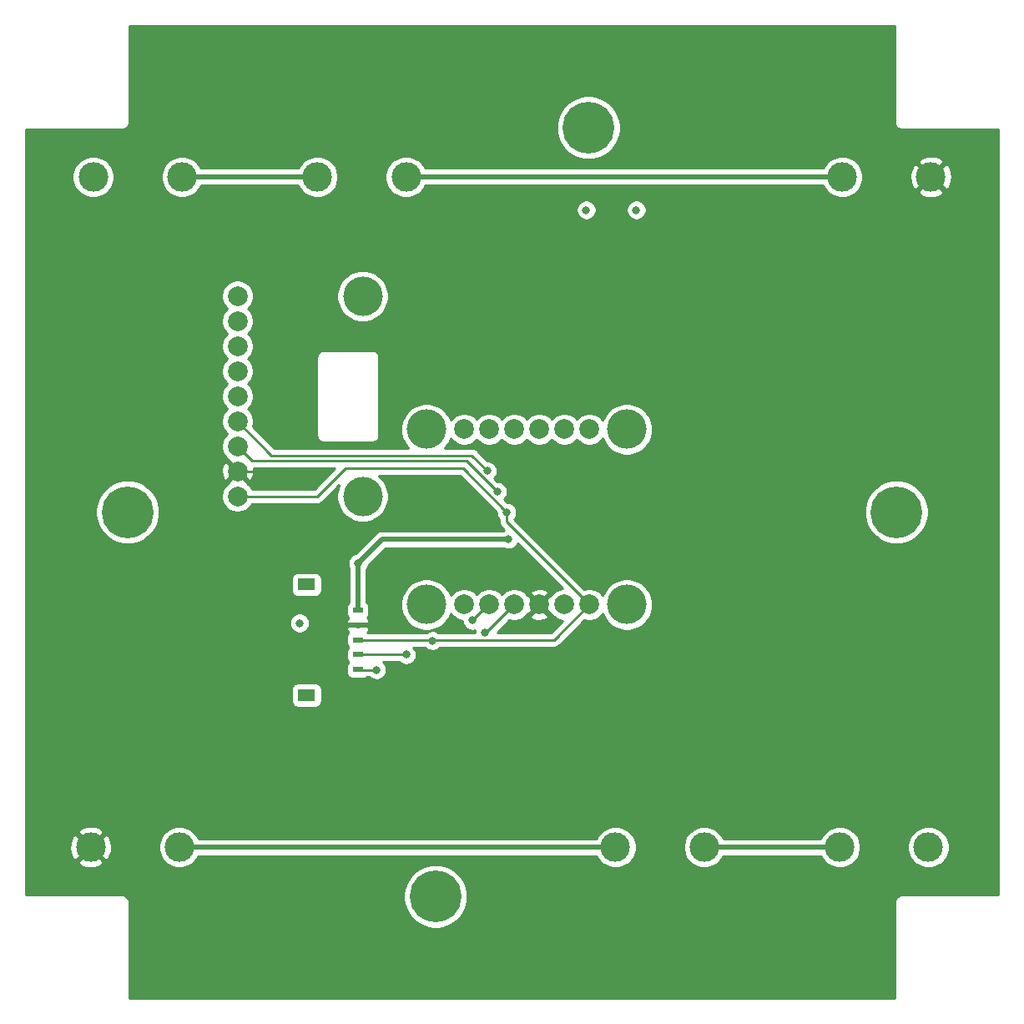
<source format=gbr>
%TF.GenerationSoftware,KiCad,Pcbnew,(5.1.10)-1*%
%TF.CreationDate,2022-06-07T21:04:52-07:00*%
%TF.ProjectId,solar-panel-side-Z,736f6c61-722d-4706-916e-656c2d736964,1.1*%
%TF.SameCoordinates,Original*%
%TF.FileFunction,Copper,L4,Bot*%
%TF.FilePolarity,Positive*%
%FSLAX46Y46*%
G04 Gerber Fmt 4.6, Leading zero omitted, Abs format (unit mm)*
G04 Created by KiCad (PCBNEW (5.1.10)-1) date 2022-06-07 21:04:52*
%MOMM*%
%LPD*%
G01*
G04 APERTURE LIST*
%TA.AperFunction,ComponentPad*%
%ADD10C,3.000000*%
%TD*%
%TA.AperFunction,ComponentPad*%
%ADD11C,5.250000*%
%TD*%
%TA.AperFunction,SMDPad,CuDef*%
%ADD12C,2.000000*%
%TD*%
%TA.AperFunction,SMDPad,CuDef*%
%ADD13C,4.000000*%
%TD*%
%TA.AperFunction,SMDPad,CuDef*%
%ADD14R,1.800000X1.250000*%
%TD*%
%TA.AperFunction,SMDPad,CuDef*%
%ADD15R,1.000000X0.600000*%
%TD*%
%TA.AperFunction,ViaPad*%
%ADD16C,0.800000*%
%TD*%
%TA.AperFunction,Conductor*%
%ADD17C,0.250000*%
%TD*%
%TA.AperFunction,Conductor*%
%ADD18C,0.500000*%
%TD*%
%TA.AperFunction,Conductor*%
%ADD19C,0.254000*%
%TD*%
%TA.AperFunction,Conductor*%
%ADD20C,0.100000*%
%TD*%
G04 APERTURE END LIST*
D10*
%TO.P,SC5,2*%
%TO.N,Net-(SC5-Pad2)*%
X160000000Y-119000000D03*
%TO.P,SC5,1*%
%TO.N,Net-(SC4-Pad2)*%
X169000000Y-119000000D03*
%TD*%
D11*
%TO.P,J5,1*%
%TO.N,Net-(J5-Pad1)*%
X188500000Y-85000000D03*
%TD*%
%TO.P,J4,1*%
%TO.N,Net-(J4-Pad1)*%
X157250000Y-46000000D03*
%TD*%
%TO.P,J3,1*%
%TO.N,Net-(J3-Pad1)*%
X141750000Y-124000000D03*
%TD*%
%TO.P,J2,1*%
%TO.N,Net-(J2-Pad1)*%
X110500000Y-85000000D03*
%TD*%
D12*
%TO.P,U4,11*%
%TO.N,Net-(U4-Pad11)*%
X147190000Y-76610000D03*
%TO.P,U4,12*%
%TO.N,Net-(U4-Pad12)*%
X144650000Y-76610000D03*
D13*
%TO.P,U4,16*%
%TO.N,Net-(U4-Pad16)*%
X140840000Y-76610000D03*
D12*
%TO.P,U4,7*%
%TO.N,Net-(U4-Pad7)*%
X157350000Y-76610000D03*
D13*
%TO.P,U4,15*%
%TO.N,Net-(U4-Pad15)*%
X161160000Y-76610000D03*
D12*
%TO.P,U4,8*%
%TO.N,Net-(U4-Pad8)*%
X154810000Y-76610000D03*
%TO.P,U4,9*%
%TO.N,Net-(U4-Pad9)*%
X152270000Y-76610000D03*
%TO.P,U4,10*%
%TO.N,Net-(U4-Pad10)*%
X149730000Y-76610000D03*
D13*
%TO.P,U4,13*%
%TO.N,Net-(U4-Pad13)*%
X161160000Y-94390000D03*
D12*
%TO.P,U4,2*%
%TO.N,Net-(U4-Pad2)*%
X154810000Y-94390000D03*
%TO.P,U4,3*%
%TO.N,GND*%
X152270000Y-94390000D03*
%TO.P,U4,1*%
%TO.N,+3V3*%
X157350000Y-94390000D03*
%TO.P,U4,6*%
%TO.N,Net-(U4-Pad6)*%
X144650000Y-94390000D03*
%TO.P,U4,5*%
%TO.N,SDA*%
X147190000Y-94390000D03*
%TO.P,U4,4*%
%TO.N,SCL*%
X149730000Y-94390000D03*
D13*
%TO.P,U4,14*%
%TO.N,Net-(U4-Pad14)*%
X140840000Y-94390000D03*
%TD*%
D14*
%TO.P,J1,7*%
%TO.N,Net-(J1-Pad7)*%
X128668000Y-92360001D03*
%TO.P,J1,6*%
%TO.N,Net-(J1-Pad6)*%
X128668000Y-103569999D03*
D15*
%TO.P,J1,5*%
%TO.N,VSOLAR*%
X133858000Y-94964999D03*
%TO.P,J1,4*%
%TO.N,GND*%
X133858000Y-96464999D03*
%TO.P,J1,3*%
%TO.N,+3V3*%
X133858000Y-97965001D03*
%TO.P,J1,2*%
%TO.N,SCL*%
X133858000Y-99465000D03*
%TO.P,J1,1*%
%TO.N,SDA*%
X133858000Y-100965000D03*
%TD*%
D12*
%TO.P,U5,4*%
%TO.N,SDA*%
X121650000Y-75790000D03*
%TO.P,U5,5*%
%TO.N,Net-(U5-Pad5)*%
X121650000Y-73250000D03*
%TO.P,U5,6*%
%TO.N,Net-(U5-Pad6)*%
X121650000Y-70710000D03*
%TO.P,U5,1*%
%TO.N,+3V3*%
X121650000Y-83410000D03*
%TO.P,U5,3*%
%TO.N,SCL*%
X121650000Y-78330000D03*
%TO.P,U5,2*%
%TO.N,GND*%
X121650000Y-80870000D03*
D13*
%TO.P,U5,11*%
%TO.N,Net-(U5-Pad11)*%
X134350000Y-63090000D03*
%TO.P,U5,10*%
%TO.N,Net-(U5-Pad10)*%
X134350000Y-83410000D03*
D12*
%TO.P,U5,8*%
%TO.N,Net-(U5-Pad8)*%
X121650000Y-65630000D03*
%TO.P,U5,7*%
%TO.N,Net-(U5-Pad7)*%
X121650000Y-68170000D03*
%TO.P,U5,9*%
%TO.N,Net-(U5-Pad9)*%
X121650000Y-63090000D03*
%TD*%
D10*
%TO.P,SC4,1*%
%TO.N,Net-(D2-Pad2)*%
X191750000Y-119000000D03*
%TO.P,SC4,2*%
%TO.N,Net-(SC4-Pad2)*%
X182750000Y-119000000D03*
%TD*%
%TO.P,SC6,1*%
%TO.N,Net-(SC5-Pad2)*%
X115750000Y-119000000D03*
%TO.P,SC6,2*%
%TO.N,GND*%
X106750000Y-119000000D03*
%TD*%
%TO.P,SC3,1*%
%TO.N,Net-(SC2-Pad2)*%
X183000000Y-51000000D03*
%TO.P,SC3,2*%
%TO.N,GND*%
X192000000Y-51000000D03*
%TD*%
%TO.P,SC2,2*%
%TO.N,Net-(SC2-Pad2)*%
X138750000Y-51000000D03*
%TO.P,SC2,1*%
%TO.N,Net-(SC1-Pad2)*%
X129750000Y-51000000D03*
%TD*%
%TO.P,SC1,2*%
%TO.N,Net-(SC1-Pad2)*%
X116006000Y-51008000D03*
%TO.P,SC1,1*%
%TO.N,Net-(D1-Pad2)*%
X107006000Y-51008000D03*
%TD*%
D16*
%TO.N,GND*%
X157110000Y-69390000D03*
X153750000Y-80500000D03*
X138000000Y-101750000D03*
X130750000Y-88750000D03*
%TO.N,+3V3*%
X141425001Y-98054501D03*
X148971000Y-85026500D03*
%TO.N,VSOLAR*%
X149161500Y-87757000D03*
X133889750Y-90201750D03*
%TO.N,SDA*%
X145500000Y-96000000D03*
X135750000Y-101000000D03*
X147002500Y-80835500D03*
%TO.N,SCL*%
X146750000Y-97250000D03*
X138771500Y-99465000D03*
X148000000Y-82931000D03*
%TO.N,Net-(U2-Pad6)*%
X162110000Y-54352000D03*
X157030000Y-54352000D03*
X127952500Y-96266000D03*
%TD*%
D17*
%TO.N,GND*%
X121650000Y-80870000D02*
X129120000Y-80870000D01*
X129120000Y-80870000D02*
X129120000Y-80870000D01*
%TO.N,+3V3*%
X157350000Y-94390000D02*
X157350000Y-94993000D01*
X133868000Y-97975001D02*
X133858000Y-97965001D01*
X153764999Y-97975001D02*
X133868000Y-97975001D01*
X157350000Y-94390000D02*
X153764999Y-97975001D01*
X132588000Y-80581500D02*
X142748000Y-80581500D01*
X129759500Y-83410000D02*
X132588000Y-80581500D01*
X121650000Y-83410000D02*
X129759500Y-83410000D01*
X142748000Y-80581500D02*
X144526000Y-80581500D01*
X144526000Y-80581500D02*
X148971000Y-85026500D01*
X148971000Y-85026500D02*
X149034500Y-85090000D01*
X148971000Y-86011000D02*
X157350000Y-94390000D01*
X148971000Y-85026500D02*
X148971000Y-86011000D01*
D18*
%TO.N,VSOLAR*%
X149161500Y-87757000D02*
X136334500Y-87757000D01*
X133858000Y-90233500D02*
X133858000Y-94964999D01*
X136334500Y-87757000D02*
X133889750Y-90201750D01*
X133889750Y-90201750D02*
X133858000Y-90233500D01*
%TO.N,Net-(SC1-Pad2)*%
X116014000Y-51000000D02*
X116006000Y-51008000D01*
X129750000Y-51000000D02*
X116014000Y-51000000D01*
D17*
%TO.N,SDA*%
X147110000Y-94390000D02*
X145500000Y-96000000D01*
X147190000Y-94390000D02*
X147110000Y-94390000D01*
X133893000Y-101000000D02*
X133858000Y-100965000D01*
X135750000Y-101000000D02*
X133893000Y-101000000D01*
X145417000Y-79250000D02*
X147002500Y-80835500D01*
X125110000Y-79250000D02*
X145417000Y-79250000D01*
X121650000Y-75790000D02*
X125110000Y-79250000D01*
%TO.N,SCL*%
X146870000Y-97250000D02*
X146750000Y-97250000D01*
X149730000Y-94390000D02*
X146870000Y-97250000D01*
X133858000Y-99465000D02*
X138771500Y-99465000D01*
X138771500Y-99465000D02*
X138771500Y-99465000D01*
X144892002Y-79823002D02*
X148000000Y-82931000D01*
X123143002Y-79823002D02*
X144892002Y-79823002D01*
X121650000Y-78330000D02*
X123143002Y-79823002D01*
D18*
%TO.N,Net-(SC5-Pad2)*%
X159750000Y-119000000D02*
X160000000Y-119250000D01*
X115750000Y-119000000D02*
X159750000Y-119000000D01*
%TO.N,Net-(SC2-Pad2)*%
X183000000Y-51000000D02*
X138750000Y-51000000D01*
%TO.N,Net-(SC4-Pad2)*%
X169000000Y-119000000D02*
X182750000Y-119000000D01*
%TD*%
D19*
%TO.N,GND*%
X188340001Y-45467571D02*
X188336807Y-45500000D01*
X188349550Y-45629383D01*
X188387290Y-45753793D01*
X188448575Y-45868450D01*
X188531052Y-45968948D01*
X188631550Y-46051425D01*
X188746207Y-46112710D01*
X188870617Y-46150450D01*
X188967581Y-46160000D01*
X189000000Y-46163193D01*
X189032419Y-46160000D01*
X198840000Y-46160000D01*
X198840001Y-123840000D01*
X189032419Y-123840000D01*
X189000000Y-123836807D01*
X188967581Y-123840000D01*
X188870617Y-123849550D01*
X188746207Y-123887290D01*
X188631550Y-123948575D01*
X188531052Y-124031052D01*
X188448575Y-124131550D01*
X188387290Y-124246207D01*
X188349550Y-124370617D01*
X188336807Y-124500000D01*
X188340000Y-124532418D01*
X188340001Y-134340000D01*
X110660000Y-134340000D01*
X110660000Y-124532418D01*
X110663193Y-124500000D01*
X110650450Y-124370617D01*
X110612710Y-124246207D01*
X110551425Y-124131550D01*
X110468948Y-124031052D01*
X110368450Y-123948575D01*
X110253793Y-123887290D01*
X110129383Y-123849550D01*
X110032419Y-123840000D01*
X110000000Y-123836807D01*
X109967581Y-123840000D01*
X100160000Y-123840000D01*
X100160000Y-123678918D01*
X138490000Y-123678918D01*
X138490000Y-124321082D01*
X138615280Y-124950907D01*
X138861025Y-125544189D01*
X139217792Y-126078129D01*
X139671871Y-126532208D01*
X140205811Y-126888975D01*
X140799093Y-127134720D01*
X141428918Y-127260000D01*
X142071082Y-127260000D01*
X142700907Y-127134720D01*
X143294189Y-126888975D01*
X143828129Y-126532208D01*
X144282208Y-126078129D01*
X144638975Y-125544189D01*
X144884720Y-124950907D01*
X145010000Y-124321082D01*
X145010000Y-123678918D01*
X144884720Y-123049093D01*
X144638975Y-122455811D01*
X144282208Y-121921871D01*
X143828129Y-121467792D01*
X143294189Y-121111025D01*
X142700907Y-120865280D01*
X142071082Y-120740000D01*
X141428918Y-120740000D01*
X140799093Y-120865280D01*
X140205811Y-121111025D01*
X139671871Y-121467792D01*
X139217792Y-121921871D01*
X138861025Y-122455811D01*
X138615280Y-123049093D01*
X138490000Y-123678918D01*
X100160000Y-123678918D01*
X100160000Y-120491653D01*
X105437952Y-120491653D01*
X105593962Y-120807214D01*
X105968745Y-120998020D01*
X106373551Y-121112044D01*
X106792824Y-121144902D01*
X107210451Y-121095334D01*
X107610383Y-120965243D01*
X107906038Y-120807214D01*
X108062048Y-120491653D01*
X106750000Y-119179605D01*
X105437952Y-120491653D01*
X100160000Y-120491653D01*
X100160000Y-119042824D01*
X104605098Y-119042824D01*
X104654666Y-119460451D01*
X104784757Y-119860383D01*
X104942786Y-120156038D01*
X105258347Y-120312048D01*
X106570395Y-119000000D01*
X106929605Y-119000000D01*
X108241653Y-120312048D01*
X108557214Y-120156038D01*
X108748020Y-119781255D01*
X108862044Y-119376449D01*
X108894902Y-118957176D01*
X108875027Y-118789721D01*
X113615000Y-118789721D01*
X113615000Y-119210279D01*
X113697047Y-119622756D01*
X113857988Y-120011302D01*
X114091637Y-120360983D01*
X114389017Y-120658363D01*
X114738698Y-120892012D01*
X115127244Y-121052953D01*
X115539721Y-121135000D01*
X115960279Y-121135000D01*
X116372756Y-121052953D01*
X116761302Y-120892012D01*
X117110983Y-120658363D01*
X117408363Y-120360983D01*
X117642012Y-120011302D01*
X117694328Y-119885000D01*
X158055672Y-119885000D01*
X158107988Y-120011302D01*
X158341637Y-120360983D01*
X158639017Y-120658363D01*
X158988698Y-120892012D01*
X159377244Y-121052953D01*
X159789721Y-121135000D01*
X160210279Y-121135000D01*
X160622756Y-121052953D01*
X161011302Y-120892012D01*
X161360983Y-120658363D01*
X161658363Y-120360983D01*
X161892012Y-120011302D01*
X162052953Y-119622756D01*
X162135000Y-119210279D01*
X162135000Y-118789721D01*
X166865000Y-118789721D01*
X166865000Y-119210279D01*
X166947047Y-119622756D01*
X167107988Y-120011302D01*
X167341637Y-120360983D01*
X167639017Y-120658363D01*
X167988698Y-120892012D01*
X168377244Y-121052953D01*
X168789721Y-121135000D01*
X169210279Y-121135000D01*
X169622756Y-121052953D01*
X170011302Y-120892012D01*
X170360983Y-120658363D01*
X170658363Y-120360983D01*
X170892012Y-120011302D01*
X170944328Y-119885000D01*
X180805672Y-119885000D01*
X180857988Y-120011302D01*
X181091637Y-120360983D01*
X181389017Y-120658363D01*
X181738698Y-120892012D01*
X182127244Y-121052953D01*
X182539721Y-121135000D01*
X182960279Y-121135000D01*
X183372756Y-121052953D01*
X183761302Y-120892012D01*
X184110983Y-120658363D01*
X184408363Y-120360983D01*
X184642012Y-120011302D01*
X184802953Y-119622756D01*
X184885000Y-119210279D01*
X184885000Y-118789721D01*
X189615000Y-118789721D01*
X189615000Y-119210279D01*
X189697047Y-119622756D01*
X189857988Y-120011302D01*
X190091637Y-120360983D01*
X190389017Y-120658363D01*
X190738698Y-120892012D01*
X191127244Y-121052953D01*
X191539721Y-121135000D01*
X191960279Y-121135000D01*
X192372756Y-121052953D01*
X192761302Y-120892012D01*
X193110983Y-120658363D01*
X193408363Y-120360983D01*
X193642012Y-120011302D01*
X193802953Y-119622756D01*
X193885000Y-119210279D01*
X193885000Y-118789721D01*
X193802953Y-118377244D01*
X193642012Y-117988698D01*
X193408363Y-117639017D01*
X193110983Y-117341637D01*
X192761302Y-117107988D01*
X192372756Y-116947047D01*
X191960279Y-116865000D01*
X191539721Y-116865000D01*
X191127244Y-116947047D01*
X190738698Y-117107988D01*
X190389017Y-117341637D01*
X190091637Y-117639017D01*
X189857988Y-117988698D01*
X189697047Y-118377244D01*
X189615000Y-118789721D01*
X184885000Y-118789721D01*
X184802953Y-118377244D01*
X184642012Y-117988698D01*
X184408363Y-117639017D01*
X184110983Y-117341637D01*
X183761302Y-117107988D01*
X183372756Y-116947047D01*
X182960279Y-116865000D01*
X182539721Y-116865000D01*
X182127244Y-116947047D01*
X181738698Y-117107988D01*
X181389017Y-117341637D01*
X181091637Y-117639017D01*
X180857988Y-117988698D01*
X180805672Y-118115000D01*
X170944328Y-118115000D01*
X170892012Y-117988698D01*
X170658363Y-117639017D01*
X170360983Y-117341637D01*
X170011302Y-117107988D01*
X169622756Y-116947047D01*
X169210279Y-116865000D01*
X168789721Y-116865000D01*
X168377244Y-116947047D01*
X167988698Y-117107988D01*
X167639017Y-117341637D01*
X167341637Y-117639017D01*
X167107988Y-117988698D01*
X166947047Y-118377244D01*
X166865000Y-118789721D01*
X162135000Y-118789721D01*
X162052953Y-118377244D01*
X161892012Y-117988698D01*
X161658363Y-117639017D01*
X161360983Y-117341637D01*
X161011302Y-117107988D01*
X160622756Y-116947047D01*
X160210279Y-116865000D01*
X159789721Y-116865000D01*
X159377244Y-116947047D01*
X158988698Y-117107988D01*
X158639017Y-117341637D01*
X158341637Y-117639017D01*
X158107988Y-117988698D01*
X158055672Y-118115000D01*
X117694328Y-118115000D01*
X117642012Y-117988698D01*
X117408363Y-117639017D01*
X117110983Y-117341637D01*
X116761302Y-117107988D01*
X116372756Y-116947047D01*
X115960279Y-116865000D01*
X115539721Y-116865000D01*
X115127244Y-116947047D01*
X114738698Y-117107988D01*
X114389017Y-117341637D01*
X114091637Y-117639017D01*
X113857988Y-117988698D01*
X113697047Y-118377244D01*
X113615000Y-118789721D01*
X108875027Y-118789721D01*
X108845334Y-118539549D01*
X108715243Y-118139617D01*
X108557214Y-117843962D01*
X108241653Y-117687952D01*
X106929605Y-119000000D01*
X106570395Y-119000000D01*
X105258347Y-117687952D01*
X104942786Y-117843962D01*
X104751980Y-118218745D01*
X104637956Y-118623551D01*
X104605098Y-119042824D01*
X100160000Y-119042824D01*
X100160000Y-117508347D01*
X105437952Y-117508347D01*
X106750000Y-118820395D01*
X108062048Y-117508347D01*
X107906038Y-117192786D01*
X107531255Y-117001980D01*
X107126449Y-116887956D01*
X106707176Y-116855098D01*
X106289549Y-116904666D01*
X105889617Y-117034757D01*
X105593962Y-117192786D01*
X105437952Y-117508347D01*
X100160000Y-117508347D01*
X100160000Y-102944999D01*
X127129928Y-102944999D01*
X127129928Y-104194999D01*
X127142188Y-104319481D01*
X127178498Y-104439179D01*
X127237463Y-104549493D01*
X127316815Y-104646184D01*
X127413506Y-104725536D01*
X127523820Y-104784501D01*
X127643518Y-104820811D01*
X127768000Y-104833071D01*
X129568000Y-104833071D01*
X129692482Y-104820811D01*
X129812180Y-104784501D01*
X129922494Y-104725536D01*
X130019185Y-104646184D01*
X130098537Y-104549493D01*
X130157502Y-104439179D01*
X130193812Y-104319481D01*
X130206072Y-104194999D01*
X130206072Y-102944999D01*
X130193812Y-102820517D01*
X130157502Y-102700819D01*
X130098537Y-102590505D01*
X130019185Y-102493814D01*
X129922494Y-102414462D01*
X129812180Y-102355497D01*
X129692482Y-102319187D01*
X129568000Y-102306927D01*
X127768000Y-102306927D01*
X127643518Y-102319187D01*
X127523820Y-102355497D01*
X127413506Y-102414462D01*
X127316815Y-102493814D01*
X127237463Y-102590505D01*
X127178498Y-102700819D01*
X127142188Y-102820517D01*
X127129928Y-102944999D01*
X100160000Y-102944999D01*
X100160000Y-96164061D01*
X126917500Y-96164061D01*
X126917500Y-96367939D01*
X126957274Y-96567898D01*
X127035295Y-96756256D01*
X127148563Y-96925774D01*
X127292726Y-97069937D01*
X127462244Y-97183205D01*
X127650602Y-97261226D01*
X127850561Y-97301000D01*
X128054439Y-97301000D01*
X128254398Y-97261226D01*
X128442756Y-97183205D01*
X128612274Y-97069937D01*
X128756437Y-96925774D01*
X128869705Y-96756256D01*
X128947726Y-96567898D01*
X128987500Y-96367939D01*
X128987500Y-96164061D01*
X128947726Y-95964102D01*
X128869705Y-95775744D01*
X128756437Y-95606226D01*
X128612274Y-95462063D01*
X128442756Y-95348795D01*
X128254398Y-95270774D01*
X128054439Y-95231000D01*
X127850561Y-95231000D01*
X127650602Y-95270774D01*
X127462244Y-95348795D01*
X127292726Y-95462063D01*
X127148563Y-95606226D01*
X127035295Y-95775744D01*
X126957274Y-95964102D01*
X126917500Y-96164061D01*
X100160000Y-96164061D01*
X100160000Y-91735001D01*
X127129928Y-91735001D01*
X127129928Y-92985001D01*
X127142188Y-93109483D01*
X127178498Y-93229181D01*
X127237463Y-93339495D01*
X127316815Y-93436186D01*
X127413506Y-93515538D01*
X127523820Y-93574503D01*
X127643518Y-93610813D01*
X127768000Y-93623073D01*
X129568000Y-93623073D01*
X129692482Y-93610813D01*
X129812180Y-93574503D01*
X129922494Y-93515538D01*
X130019185Y-93436186D01*
X130098537Y-93339495D01*
X130157502Y-93229181D01*
X130193812Y-93109483D01*
X130206072Y-92985001D01*
X130206072Y-91735001D01*
X130193812Y-91610519D01*
X130157502Y-91490821D01*
X130098537Y-91380507D01*
X130019185Y-91283816D01*
X129922494Y-91204464D01*
X129812180Y-91145499D01*
X129692482Y-91109189D01*
X129568000Y-91096929D01*
X127768000Y-91096929D01*
X127643518Y-91109189D01*
X127523820Y-91145499D01*
X127413506Y-91204464D01*
X127316815Y-91283816D01*
X127237463Y-91380507D01*
X127178498Y-91490821D01*
X127142188Y-91610519D01*
X127129928Y-91735001D01*
X100160000Y-91735001D01*
X100160000Y-84678918D01*
X107240000Y-84678918D01*
X107240000Y-85321082D01*
X107365280Y-85950907D01*
X107611025Y-86544189D01*
X107967792Y-87078129D01*
X108421871Y-87532208D01*
X108955811Y-87888975D01*
X109549093Y-88134720D01*
X110178918Y-88260000D01*
X110821082Y-88260000D01*
X111450907Y-88134720D01*
X112044189Y-87888975D01*
X112578129Y-87532208D01*
X113032208Y-87078129D01*
X113388975Y-86544189D01*
X113634720Y-85950907D01*
X113760000Y-85321082D01*
X113760000Y-84678918D01*
X113634720Y-84049093D01*
X113388975Y-83455811D01*
X113032208Y-82921871D01*
X112578129Y-82467792D01*
X112044189Y-82111025D01*
X111450907Y-81865280D01*
X110821082Y-81740000D01*
X110178918Y-81740000D01*
X109549093Y-81865280D01*
X108955811Y-82111025D01*
X108421871Y-82467792D01*
X107967792Y-82921871D01*
X107611025Y-83455811D01*
X107365280Y-84049093D01*
X107240000Y-84678918D01*
X100160000Y-84678918D01*
X100160000Y-80932595D01*
X120008282Y-80932595D01*
X120052039Y-81251675D01*
X120157205Y-81556088D01*
X120250186Y-81730044D01*
X120514587Y-81825808D01*
X121470395Y-80870000D01*
X120514587Y-79914192D01*
X120250186Y-80009956D01*
X120109296Y-80299571D01*
X120027616Y-80611108D01*
X120008282Y-80932595D01*
X100160000Y-80932595D01*
X100160000Y-62928967D01*
X120015000Y-62928967D01*
X120015000Y-63251033D01*
X120077832Y-63566912D01*
X120201082Y-63864463D01*
X120380013Y-64132252D01*
X120607748Y-64359987D01*
X120607767Y-64360000D01*
X120607748Y-64360013D01*
X120380013Y-64587748D01*
X120201082Y-64855537D01*
X120077832Y-65153088D01*
X120015000Y-65468967D01*
X120015000Y-65791033D01*
X120077832Y-66106912D01*
X120201082Y-66404463D01*
X120380013Y-66672252D01*
X120607748Y-66899987D01*
X120607767Y-66900000D01*
X120607748Y-66900013D01*
X120380013Y-67127748D01*
X120201082Y-67395537D01*
X120077832Y-67693088D01*
X120015000Y-68008967D01*
X120015000Y-68331033D01*
X120077832Y-68646912D01*
X120201082Y-68944463D01*
X120380013Y-69212252D01*
X120607748Y-69439987D01*
X120607767Y-69440000D01*
X120607748Y-69440013D01*
X120380013Y-69667748D01*
X120201082Y-69935537D01*
X120077832Y-70233088D01*
X120015000Y-70548967D01*
X120015000Y-70871033D01*
X120077832Y-71186912D01*
X120201082Y-71484463D01*
X120380013Y-71752252D01*
X120607748Y-71979987D01*
X120607767Y-71980000D01*
X120607748Y-71980013D01*
X120380013Y-72207748D01*
X120201082Y-72475537D01*
X120077832Y-72773088D01*
X120015000Y-73088967D01*
X120015000Y-73411033D01*
X120077832Y-73726912D01*
X120201082Y-74024463D01*
X120380013Y-74292252D01*
X120607748Y-74519987D01*
X120607767Y-74520000D01*
X120607748Y-74520013D01*
X120380013Y-74747748D01*
X120201082Y-75015537D01*
X120077832Y-75313088D01*
X120015000Y-75628967D01*
X120015000Y-75951033D01*
X120077832Y-76266912D01*
X120201082Y-76564463D01*
X120380013Y-76832252D01*
X120607748Y-77059987D01*
X120607767Y-77060000D01*
X120607748Y-77060013D01*
X120380013Y-77287748D01*
X120201082Y-77555537D01*
X120077832Y-77853088D01*
X120015000Y-78168967D01*
X120015000Y-78491033D01*
X120077832Y-78806912D01*
X120201082Y-79104463D01*
X120380013Y-79372252D01*
X120607748Y-79599987D01*
X120716600Y-79672720D01*
X120694192Y-79734587D01*
X121650000Y-80690395D01*
X121664143Y-80676253D01*
X121843748Y-80855858D01*
X121829605Y-80870000D01*
X122785413Y-81825808D01*
X123049814Y-81730044D01*
X123190704Y-81440429D01*
X123272384Y-81128892D01*
X123291718Y-80807405D01*
X123260945Y-80583002D01*
X131511696Y-80583002D01*
X129444699Y-82650000D01*
X123104909Y-82650000D01*
X123098918Y-82635537D01*
X122919987Y-82367748D01*
X122692252Y-82140013D01*
X122583400Y-82067280D01*
X122605808Y-82005413D01*
X121650000Y-81049605D01*
X120694192Y-82005413D01*
X120716600Y-82067280D01*
X120607748Y-82140013D01*
X120380013Y-82367748D01*
X120201082Y-82635537D01*
X120077832Y-82933088D01*
X120015000Y-83248967D01*
X120015000Y-83571033D01*
X120077832Y-83886912D01*
X120201082Y-84184463D01*
X120380013Y-84452252D01*
X120607748Y-84679987D01*
X120875537Y-84858918D01*
X121173088Y-84982168D01*
X121488967Y-85045000D01*
X121811033Y-85045000D01*
X122126912Y-84982168D01*
X122424463Y-84858918D01*
X122692252Y-84679987D01*
X122919987Y-84452252D01*
X123098918Y-84184463D01*
X123104909Y-84170000D01*
X129722178Y-84170000D01*
X129759500Y-84173676D01*
X129796822Y-84170000D01*
X129796833Y-84170000D01*
X129908486Y-84159003D01*
X130051747Y-84115546D01*
X130183776Y-84044974D01*
X130299501Y-83950001D01*
X130323304Y-83920997D01*
X131967128Y-82277173D01*
X131816261Y-82641399D01*
X131715000Y-83150475D01*
X131715000Y-83669525D01*
X131816261Y-84178601D01*
X132014893Y-84658141D01*
X132303262Y-85089715D01*
X132670285Y-85456738D01*
X133101859Y-85745107D01*
X133581399Y-85943739D01*
X134090475Y-86045000D01*
X134609525Y-86045000D01*
X135118601Y-85943739D01*
X135598141Y-85745107D01*
X136029715Y-85456738D01*
X136396738Y-85089715D01*
X136685107Y-84658141D01*
X136883739Y-84178601D01*
X136985000Y-83669525D01*
X136985000Y-83150475D01*
X136883739Y-82641399D01*
X136685107Y-82161859D01*
X136396738Y-81730285D01*
X136029715Y-81363262D01*
X135997146Y-81341500D01*
X144211199Y-81341500D01*
X147936000Y-85066302D01*
X147936000Y-85128439D01*
X147975774Y-85328398D01*
X148053795Y-85516756D01*
X148167063Y-85686274D01*
X148211001Y-85730212D01*
X148211001Y-85973668D01*
X148207324Y-86011000D01*
X148221998Y-86159985D01*
X148265454Y-86303246D01*
X148336026Y-86435276D01*
X148407201Y-86522002D01*
X148431000Y-86551001D01*
X148459998Y-86574799D01*
X148709251Y-86824052D01*
X148671244Y-86839795D01*
X148623046Y-86872000D01*
X136377969Y-86872000D01*
X136334500Y-86867719D01*
X136291031Y-86872000D01*
X136291023Y-86872000D01*
X136161010Y-86884805D01*
X135994186Y-86935411D01*
X135840441Y-87017589D01*
X135739453Y-87100468D01*
X135739451Y-87100470D01*
X135705683Y-87128183D01*
X135677970Y-87161951D01*
X133644707Y-89195215D01*
X133587852Y-89206524D01*
X133399494Y-89284545D01*
X133229976Y-89397813D01*
X133085813Y-89541976D01*
X132972545Y-89711494D01*
X132894524Y-89899852D01*
X132854750Y-90099811D01*
X132854750Y-90303689D01*
X132894524Y-90503648D01*
X132972545Y-90692006D01*
X132973000Y-90692687D01*
X132973001Y-94159497D01*
X132906815Y-94213814D01*
X132827463Y-94310505D01*
X132768498Y-94420819D01*
X132732188Y-94540517D01*
X132719928Y-94664999D01*
X132719928Y-95264999D01*
X132732188Y-95389481D01*
X132768498Y-95509179D01*
X132827463Y-95619493D01*
X132905842Y-95714999D01*
X132827463Y-95810505D01*
X132768498Y-95920819D01*
X132732188Y-96040517D01*
X132719928Y-96164999D01*
X132723000Y-96179249D01*
X132881750Y-96337999D01*
X133731000Y-96337999D01*
X133731000Y-96317999D01*
X133985000Y-96317999D01*
X133985000Y-96337999D01*
X134834250Y-96337999D01*
X134993000Y-96179249D01*
X134996072Y-96164999D01*
X134983812Y-96040517D01*
X134947502Y-95920819D01*
X134888537Y-95810505D01*
X134810158Y-95714999D01*
X134888537Y-95619493D01*
X134947502Y-95509179D01*
X134983812Y-95389481D01*
X134996072Y-95264999D01*
X134996072Y-94664999D01*
X134983812Y-94540517D01*
X134947502Y-94420819D01*
X134888537Y-94310505D01*
X134809185Y-94213814D01*
X134743000Y-94159498D01*
X134743000Y-90787722D01*
X134806955Y-90692006D01*
X134884976Y-90503648D01*
X134896285Y-90446793D01*
X136701079Y-88642000D01*
X148623046Y-88642000D01*
X148671244Y-88674205D01*
X148859602Y-88752226D01*
X149059561Y-88792000D01*
X149263439Y-88792000D01*
X149463398Y-88752226D01*
X149651756Y-88674205D01*
X149821274Y-88560937D01*
X149965437Y-88416774D01*
X150078705Y-88247256D01*
X150094448Y-88209249D01*
X154641652Y-92756455D01*
X154333088Y-92817832D01*
X154035537Y-92941082D01*
X153767748Y-93120013D01*
X153540013Y-93347748D01*
X153467280Y-93456600D01*
X153405413Y-93434192D01*
X152449605Y-94390000D01*
X153405413Y-95345808D01*
X153467280Y-95323400D01*
X153540013Y-95432252D01*
X153767748Y-95659987D01*
X154035537Y-95838918D01*
X154333088Y-95962168D01*
X154641653Y-96023545D01*
X153450198Y-97215001D01*
X147979800Y-97215001D01*
X149238625Y-95956177D01*
X149253088Y-95962168D01*
X149568967Y-96025000D01*
X149891033Y-96025000D01*
X150206912Y-95962168D01*
X150504463Y-95838918D01*
X150772252Y-95659987D01*
X150906826Y-95525413D01*
X151314192Y-95525413D01*
X151409956Y-95789814D01*
X151699571Y-95930704D01*
X152011108Y-96012384D01*
X152332595Y-96031718D01*
X152651675Y-95987961D01*
X152956088Y-95882795D01*
X153130044Y-95789814D01*
X153225808Y-95525413D01*
X152270000Y-94569605D01*
X151314192Y-95525413D01*
X150906826Y-95525413D01*
X150999987Y-95432252D01*
X151072720Y-95323400D01*
X151134587Y-95345808D01*
X152090395Y-94390000D01*
X151134587Y-93434192D01*
X151072720Y-93456600D01*
X150999987Y-93347748D01*
X150906826Y-93254587D01*
X151314192Y-93254587D01*
X152270000Y-94210395D01*
X153225808Y-93254587D01*
X153130044Y-92990186D01*
X152840429Y-92849296D01*
X152528892Y-92767616D01*
X152207405Y-92748282D01*
X151888325Y-92792039D01*
X151583912Y-92897205D01*
X151409956Y-92990186D01*
X151314192Y-93254587D01*
X150906826Y-93254587D01*
X150772252Y-93120013D01*
X150504463Y-92941082D01*
X150206912Y-92817832D01*
X149891033Y-92755000D01*
X149568967Y-92755000D01*
X149253088Y-92817832D01*
X148955537Y-92941082D01*
X148687748Y-93120013D01*
X148460013Y-93347748D01*
X148460000Y-93347767D01*
X148459987Y-93347748D01*
X148232252Y-93120013D01*
X147964463Y-92941082D01*
X147666912Y-92817832D01*
X147351033Y-92755000D01*
X147028967Y-92755000D01*
X146713088Y-92817832D01*
X146415537Y-92941082D01*
X146147748Y-93120013D01*
X145920013Y-93347748D01*
X145920000Y-93347767D01*
X145919987Y-93347748D01*
X145692252Y-93120013D01*
X145424463Y-92941082D01*
X145126912Y-92817832D01*
X144811033Y-92755000D01*
X144488967Y-92755000D01*
X144173088Y-92817832D01*
X143875537Y-92941082D01*
X143607748Y-93120013D01*
X143380013Y-93347748D01*
X143306167Y-93458266D01*
X143175107Y-93141859D01*
X142886738Y-92710285D01*
X142519715Y-92343262D01*
X142088141Y-92054893D01*
X141608601Y-91856261D01*
X141099525Y-91755000D01*
X140580475Y-91755000D01*
X140071399Y-91856261D01*
X139591859Y-92054893D01*
X139160285Y-92343262D01*
X138793262Y-92710285D01*
X138504893Y-93141859D01*
X138306261Y-93621399D01*
X138205000Y-94130475D01*
X138205000Y-94649525D01*
X138306261Y-95158601D01*
X138504893Y-95638141D01*
X138793262Y-96069715D01*
X139160285Y-96436738D01*
X139591859Y-96725107D01*
X140071399Y-96923739D01*
X140580475Y-97025000D01*
X141099525Y-97025000D01*
X141608601Y-96923739D01*
X142088141Y-96725107D01*
X142519715Y-96436738D01*
X142886738Y-96069715D01*
X143175107Y-95638141D01*
X143306167Y-95321734D01*
X143380013Y-95432252D01*
X143607748Y-95659987D01*
X143875537Y-95838918D01*
X144173088Y-95962168D01*
X144465000Y-96020233D01*
X144465000Y-96101939D01*
X144504774Y-96301898D01*
X144582795Y-96490256D01*
X144696063Y-96659774D01*
X144840226Y-96803937D01*
X145009744Y-96917205D01*
X145198102Y-96995226D01*
X145398061Y-97035000D01*
X145601939Y-97035000D01*
X145743073Y-97006927D01*
X145715000Y-97148061D01*
X145715000Y-97215001D01*
X142031551Y-97215001D01*
X141915257Y-97137296D01*
X141726899Y-97059275D01*
X141526940Y-97019501D01*
X141323062Y-97019501D01*
X141123103Y-97059275D01*
X140934745Y-97137296D01*
X140818451Y-97215001D01*
X134810158Y-97215001D01*
X134810157Y-97215000D01*
X134888537Y-97119493D01*
X134947502Y-97009179D01*
X134983812Y-96889481D01*
X134996072Y-96764999D01*
X134993000Y-96750749D01*
X134834250Y-96591999D01*
X133985000Y-96591999D01*
X133985000Y-96611999D01*
X133731000Y-96611999D01*
X133731000Y-96591999D01*
X132881750Y-96591999D01*
X132723000Y-96750749D01*
X132719928Y-96764999D01*
X132732188Y-96889481D01*
X132768498Y-97009179D01*
X132827463Y-97119493D01*
X132905843Y-97215000D01*
X132827463Y-97310507D01*
X132768498Y-97420821D01*
X132732188Y-97540519D01*
X132719928Y-97665001D01*
X132719928Y-98265001D01*
X132732188Y-98389483D01*
X132768498Y-98509181D01*
X132827463Y-98619495D01*
X132905842Y-98715001D01*
X132827463Y-98810506D01*
X132768498Y-98920820D01*
X132732188Y-99040518D01*
X132719928Y-99165000D01*
X132719928Y-99765000D01*
X132732188Y-99889482D01*
X132768498Y-100009180D01*
X132827463Y-100119494D01*
X132905842Y-100215000D01*
X132827463Y-100310506D01*
X132768498Y-100420820D01*
X132732188Y-100540518D01*
X132719928Y-100665000D01*
X132719928Y-101265000D01*
X132732188Y-101389482D01*
X132768498Y-101509180D01*
X132827463Y-101619494D01*
X132906815Y-101716185D01*
X133003506Y-101795537D01*
X133113820Y-101854502D01*
X133233518Y-101890812D01*
X133358000Y-101903072D01*
X134358000Y-101903072D01*
X134482482Y-101890812D01*
X134602180Y-101854502D01*
X134712494Y-101795537D01*
X134755796Y-101760000D01*
X135046289Y-101760000D01*
X135090226Y-101803937D01*
X135259744Y-101917205D01*
X135448102Y-101995226D01*
X135648061Y-102035000D01*
X135851939Y-102035000D01*
X136051898Y-101995226D01*
X136240256Y-101917205D01*
X136409774Y-101803937D01*
X136553937Y-101659774D01*
X136667205Y-101490256D01*
X136745226Y-101301898D01*
X136785000Y-101101939D01*
X136785000Y-100898061D01*
X136745226Y-100698102D01*
X136667205Y-100509744D01*
X136553937Y-100340226D01*
X136438711Y-100225000D01*
X138067789Y-100225000D01*
X138111726Y-100268937D01*
X138281244Y-100382205D01*
X138469602Y-100460226D01*
X138669561Y-100500000D01*
X138873439Y-100500000D01*
X139073398Y-100460226D01*
X139261756Y-100382205D01*
X139431274Y-100268937D01*
X139575437Y-100124774D01*
X139688705Y-99955256D01*
X139766726Y-99766898D01*
X139806500Y-99566939D01*
X139806500Y-99363061D01*
X139766726Y-99163102D01*
X139688705Y-98974744D01*
X139575437Y-98805226D01*
X139505212Y-98735001D01*
X140641790Y-98735001D01*
X140765227Y-98858438D01*
X140934745Y-98971706D01*
X141123103Y-99049727D01*
X141323062Y-99089501D01*
X141526940Y-99089501D01*
X141726899Y-99049727D01*
X141915257Y-98971706D01*
X142084775Y-98858438D01*
X142208212Y-98735001D01*
X153727677Y-98735001D01*
X153764999Y-98738677D01*
X153802321Y-98735001D01*
X153802332Y-98735001D01*
X153913985Y-98724004D01*
X154057246Y-98680547D01*
X154189275Y-98609975D01*
X154305000Y-98515002D01*
X154328803Y-98485998D01*
X156858625Y-95956177D01*
X156873088Y-95962168D01*
X157188967Y-96025000D01*
X157511033Y-96025000D01*
X157826912Y-95962168D01*
X158124463Y-95838918D01*
X158392252Y-95659987D01*
X158619987Y-95432252D01*
X158693833Y-95321734D01*
X158824893Y-95638141D01*
X159113262Y-96069715D01*
X159480285Y-96436738D01*
X159911859Y-96725107D01*
X160391399Y-96923739D01*
X160900475Y-97025000D01*
X161419525Y-97025000D01*
X161928601Y-96923739D01*
X162408141Y-96725107D01*
X162839715Y-96436738D01*
X163206738Y-96069715D01*
X163495107Y-95638141D01*
X163693739Y-95158601D01*
X163795000Y-94649525D01*
X163795000Y-94130475D01*
X163693739Y-93621399D01*
X163495107Y-93141859D01*
X163206738Y-92710285D01*
X162839715Y-92343262D01*
X162408141Y-92054893D01*
X161928601Y-91856261D01*
X161419525Y-91755000D01*
X160900475Y-91755000D01*
X160391399Y-91856261D01*
X159911859Y-92054893D01*
X159480285Y-92343262D01*
X159113262Y-92710285D01*
X158824893Y-93141859D01*
X158693833Y-93458266D01*
X158619987Y-93347748D01*
X158392252Y-93120013D01*
X158124463Y-92941082D01*
X157826912Y-92817832D01*
X157511033Y-92755000D01*
X157188967Y-92755000D01*
X156873088Y-92817832D01*
X156858625Y-92823823D01*
X149748006Y-85713205D01*
X149774937Y-85686274D01*
X149888205Y-85516756D01*
X149966226Y-85328398D01*
X150006000Y-85128439D01*
X150006000Y-84924561D01*
X149966226Y-84724602D01*
X149947303Y-84678918D01*
X185240000Y-84678918D01*
X185240000Y-85321082D01*
X185365280Y-85950907D01*
X185611025Y-86544189D01*
X185967792Y-87078129D01*
X186421871Y-87532208D01*
X186955811Y-87888975D01*
X187549093Y-88134720D01*
X188178918Y-88260000D01*
X188821082Y-88260000D01*
X189450907Y-88134720D01*
X190044189Y-87888975D01*
X190578129Y-87532208D01*
X191032208Y-87078129D01*
X191388975Y-86544189D01*
X191634720Y-85950907D01*
X191760000Y-85321082D01*
X191760000Y-84678918D01*
X191634720Y-84049093D01*
X191388975Y-83455811D01*
X191032208Y-82921871D01*
X190578129Y-82467792D01*
X190044189Y-82111025D01*
X189450907Y-81865280D01*
X188821082Y-81740000D01*
X188178918Y-81740000D01*
X187549093Y-81865280D01*
X186955811Y-82111025D01*
X186421871Y-82467792D01*
X185967792Y-82921871D01*
X185611025Y-83455811D01*
X185365280Y-84049093D01*
X185240000Y-84678918D01*
X149947303Y-84678918D01*
X149888205Y-84536244D01*
X149774937Y-84366726D01*
X149630774Y-84222563D01*
X149461256Y-84109295D01*
X149272898Y-84031274D01*
X149072939Y-83991500D01*
X149010802Y-83991500D01*
X148707006Y-83687705D01*
X148803937Y-83590774D01*
X148917205Y-83421256D01*
X148995226Y-83232898D01*
X149035000Y-83032939D01*
X149035000Y-82829061D01*
X148995226Y-82629102D01*
X148917205Y-82440744D01*
X148803937Y-82271226D01*
X148659774Y-82127063D01*
X148490256Y-82013795D01*
X148301898Y-81935774D01*
X148101939Y-81896000D01*
X148039802Y-81896000D01*
X147722756Y-81578955D01*
X147806437Y-81495274D01*
X147919705Y-81325756D01*
X147997726Y-81137398D01*
X148037500Y-80937439D01*
X148037500Y-80733561D01*
X147997726Y-80533602D01*
X147919705Y-80345244D01*
X147806437Y-80175726D01*
X147662274Y-80031563D01*
X147492756Y-79918295D01*
X147304398Y-79840274D01*
X147104439Y-79800500D01*
X147042302Y-79800500D01*
X145980804Y-78739003D01*
X145957001Y-78709999D01*
X145841276Y-78615026D01*
X145709247Y-78544454D01*
X145565986Y-78500997D01*
X145454333Y-78490000D01*
X145454322Y-78490000D01*
X145417000Y-78486324D01*
X145379678Y-78490000D01*
X142686453Y-78490000D01*
X142886738Y-78289715D01*
X143175107Y-77858141D01*
X143306167Y-77541734D01*
X143380013Y-77652252D01*
X143607748Y-77879987D01*
X143875537Y-78058918D01*
X144173088Y-78182168D01*
X144488967Y-78245000D01*
X144811033Y-78245000D01*
X145126912Y-78182168D01*
X145424463Y-78058918D01*
X145692252Y-77879987D01*
X145919987Y-77652252D01*
X145920000Y-77652233D01*
X145920013Y-77652252D01*
X146147748Y-77879987D01*
X146415537Y-78058918D01*
X146713088Y-78182168D01*
X147028967Y-78245000D01*
X147351033Y-78245000D01*
X147666912Y-78182168D01*
X147964463Y-78058918D01*
X148232252Y-77879987D01*
X148459987Y-77652252D01*
X148460000Y-77652233D01*
X148460013Y-77652252D01*
X148687748Y-77879987D01*
X148955537Y-78058918D01*
X149253088Y-78182168D01*
X149568967Y-78245000D01*
X149891033Y-78245000D01*
X150206912Y-78182168D01*
X150504463Y-78058918D01*
X150772252Y-77879987D01*
X150999987Y-77652252D01*
X151000000Y-77652233D01*
X151000013Y-77652252D01*
X151227748Y-77879987D01*
X151495537Y-78058918D01*
X151793088Y-78182168D01*
X152108967Y-78245000D01*
X152431033Y-78245000D01*
X152746912Y-78182168D01*
X153044463Y-78058918D01*
X153312252Y-77879987D01*
X153539987Y-77652252D01*
X153540000Y-77652233D01*
X153540013Y-77652252D01*
X153767748Y-77879987D01*
X154035537Y-78058918D01*
X154333088Y-78182168D01*
X154648967Y-78245000D01*
X154971033Y-78245000D01*
X155286912Y-78182168D01*
X155584463Y-78058918D01*
X155852252Y-77879987D01*
X156079987Y-77652252D01*
X156080000Y-77652233D01*
X156080013Y-77652252D01*
X156307748Y-77879987D01*
X156575537Y-78058918D01*
X156873088Y-78182168D01*
X157188967Y-78245000D01*
X157511033Y-78245000D01*
X157826912Y-78182168D01*
X158124463Y-78058918D01*
X158392252Y-77879987D01*
X158619987Y-77652252D01*
X158693833Y-77541734D01*
X158824893Y-77858141D01*
X159113262Y-78289715D01*
X159480285Y-78656738D01*
X159911859Y-78945107D01*
X160391399Y-79143739D01*
X160900475Y-79245000D01*
X161419525Y-79245000D01*
X161928601Y-79143739D01*
X162408141Y-78945107D01*
X162839715Y-78656738D01*
X163206738Y-78289715D01*
X163495107Y-77858141D01*
X163693739Y-77378601D01*
X163795000Y-76869525D01*
X163795000Y-76350475D01*
X163693739Y-75841399D01*
X163495107Y-75361859D01*
X163206738Y-74930285D01*
X162839715Y-74563262D01*
X162408141Y-74274893D01*
X161928601Y-74076261D01*
X161419525Y-73975000D01*
X160900475Y-73975000D01*
X160391399Y-74076261D01*
X159911859Y-74274893D01*
X159480285Y-74563262D01*
X159113262Y-74930285D01*
X158824893Y-75361859D01*
X158693833Y-75678266D01*
X158619987Y-75567748D01*
X158392252Y-75340013D01*
X158124463Y-75161082D01*
X157826912Y-75037832D01*
X157511033Y-74975000D01*
X157188967Y-74975000D01*
X156873088Y-75037832D01*
X156575537Y-75161082D01*
X156307748Y-75340013D01*
X156080013Y-75567748D01*
X156080000Y-75567767D01*
X156079987Y-75567748D01*
X155852252Y-75340013D01*
X155584463Y-75161082D01*
X155286912Y-75037832D01*
X154971033Y-74975000D01*
X154648967Y-74975000D01*
X154333088Y-75037832D01*
X154035537Y-75161082D01*
X153767748Y-75340013D01*
X153540013Y-75567748D01*
X153540000Y-75567767D01*
X153539987Y-75567748D01*
X153312252Y-75340013D01*
X153044463Y-75161082D01*
X152746912Y-75037832D01*
X152431033Y-74975000D01*
X152108967Y-74975000D01*
X151793088Y-75037832D01*
X151495537Y-75161082D01*
X151227748Y-75340013D01*
X151000013Y-75567748D01*
X151000000Y-75567767D01*
X150999987Y-75567748D01*
X150772252Y-75340013D01*
X150504463Y-75161082D01*
X150206912Y-75037832D01*
X149891033Y-74975000D01*
X149568967Y-74975000D01*
X149253088Y-75037832D01*
X148955537Y-75161082D01*
X148687748Y-75340013D01*
X148460013Y-75567748D01*
X148460000Y-75567767D01*
X148459987Y-75567748D01*
X148232252Y-75340013D01*
X147964463Y-75161082D01*
X147666912Y-75037832D01*
X147351033Y-74975000D01*
X147028967Y-74975000D01*
X146713088Y-75037832D01*
X146415537Y-75161082D01*
X146147748Y-75340013D01*
X145920013Y-75567748D01*
X145920000Y-75567767D01*
X145919987Y-75567748D01*
X145692252Y-75340013D01*
X145424463Y-75161082D01*
X145126912Y-75037832D01*
X144811033Y-74975000D01*
X144488967Y-74975000D01*
X144173088Y-75037832D01*
X143875537Y-75161082D01*
X143607748Y-75340013D01*
X143380013Y-75567748D01*
X143306167Y-75678266D01*
X143175107Y-75361859D01*
X142886738Y-74930285D01*
X142519715Y-74563262D01*
X142088141Y-74274893D01*
X141608601Y-74076261D01*
X141099525Y-73975000D01*
X140580475Y-73975000D01*
X140071399Y-74076261D01*
X139591859Y-74274893D01*
X139160285Y-74563262D01*
X138793262Y-74930285D01*
X138504893Y-75361859D01*
X138306261Y-75841399D01*
X138205000Y-76350475D01*
X138205000Y-76869525D01*
X138306261Y-77378601D01*
X138504893Y-77858141D01*
X138793262Y-78289715D01*
X138993547Y-78490000D01*
X125424802Y-78490000D01*
X123216177Y-76281376D01*
X123222168Y-76266912D01*
X123285000Y-75951033D01*
X123285000Y-75628967D01*
X123222168Y-75313088D01*
X123098918Y-75015537D01*
X122919987Y-74747748D01*
X122692252Y-74520013D01*
X122692233Y-74520000D01*
X122692252Y-74519987D01*
X122919987Y-74292252D01*
X123098918Y-74024463D01*
X123222168Y-73726912D01*
X123285000Y-73411033D01*
X123285000Y-73088967D01*
X123222168Y-72773088D01*
X123098918Y-72475537D01*
X122919987Y-72207748D01*
X122692252Y-71980013D01*
X122692233Y-71980000D01*
X122692252Y-71979987D01*
X122919987Y-71752252D01*
X123098918Y-71484463D01*
X123222168Y-71186912D01*
X123285000Y-70871033D01*
X123285000Y-70548967D01*
X123222168Y-70233088D01*
X123098918Y-69935537D01*
X122919987Y-69667748D01*
X122692252Y-69440013D01*
X122692233Y-69440000D01*
X122692252Y-69439987D01*
X122882239Y-69250000D01*
X129686807Y-69250000D01*
X129690001Y-69282429D01*
X129690000Y-77217581D01*
X129686807Y-77250000D01*
X129699550Y-77379383D01*
X129737290Y-77503793D01*
X129798575Y-77618450D01*
X129826316Y-77652252D01*
X129881052Y-77718948D01*
X129981550Y-77801425D01*
X130096207Y-77862710D01*
X130220617Y-77900450D01*
X130350000Y-77913193D01*
X130382419Y-77910000D01*
X135317581Y-77910000D01*
X135350000Y-77913193D01*
X135382419Y-77910000D01*
X135479383Y-77900450D01*
X135603793Y-77862710D01*
X135718450Y-77801425D01*
X135818948Y-77718948D01*
X135901425Y-77618450D01*
X135962710Y-77503793D01*
X136000450Y-77379383D01*
X136013193Y-77250000D01*
X136010000Y-77217581D01*
X136010000Y-69282419D01*
X136013193Y-69250000D01*
X136000450Y-69120617D01*
X135962710Y-68996207D01*
X135901425Y-68881550D01*
X135818948Y-68781052D01*
X135718450Y-68698575D01*
X135603793Y-68637290D01*
X135479383Y-68599550D01*
X135382419Y-68590000D01*
X135350000Y-68586807D01*
X135317581Y-68590000D01*
X130382419Y-68590000D01*
X130350000Y-68586807D01*
X130317581Y-68590000D01*
X130220617Y-68599550D01*
X130096207Y-68637290D01*
X129981550Y-68698575D01*
X129881052Y-68781052D01*
X129798575Y-68881550D01*
X129737290Y-68996207D01*
X129699550Y-69120617D01*
X129686807Y-69250000D01*
X122882239Y-69250000D01*
X122919987Y-69212252D01*
X123098918Y-68944463D01*
X123222168Y-68646912D01*
X123285000Y-68331033D01*
X123285000Y-68008967D01*
X123222168Y-67693088D01*
X123098918Y-67395537D01*
X122919987Y-67127748D01*
X122692252Y-66900013D01*
X122692233Y-66900000D01*
X122692252Y-66899987D01*
X122919987Y-66672252D01*
X123098918Y-66404463D01*
X123222168Y-66106912D01*
X123285000Y-65791033D01*
X123285000Y-65468967D01*
X123222168Y-65153088D01*
X123098918Y-64855537D01*
X122919987Y-64587748D01*
X122692252Y-64360013D01*
X122692233Y-64360000D01*
X122692252Y-64359987D01*
X122919987Y-64132252D01*
X123098918Y-63864463D01*
X123222168Y-63566912D01*
X123285000Y-63251033D01*
X123285000Y-62928967D01*
X123265409Y-62830475D01*
X131715000Y-62830475D01*
X131715000Y-63349525D01*
X131816261Y-63858601D01*
X132014893Y-64338141D01*
X132303262Y-64769715D01*
X132670285Y-65136738D01*
X133101859Y-65425107D01*
X133581399Y-65623739D01*
X134090475Y-65725000D01*
X134609525Y-65725000D01*
X135118601Y-65623739D01*
X135598141Y-65425107D01*
X136029715Y-65136738D01*
X136396738Y-64769715D01*
X136685107Y-64338141D01*
X136883739Y-63858601D01*
X136985000Y-63349525D01*
X136985000Y-62830475D01*
X136883739Y-62321399D01*
X136685107Y-61841859D01*
X136396738Y-61410285D01*
X136029715Y-61043262D01*
X135598141Y-60754893D01*
X135118601Y-60556261D01*
X134609525Y-60455000D01*
X134090475Y-60455000D01*
X133581399Y-60556261D01*
X133101859Y-60754893D01*
X132670285Y-61043262D01*
X132303262Y-61410285D01*
X132014893Y-61841859D01*
X131816261Y-62321399D01*
X131715000Y-62830475D01*
X123265409Y-62830475D01*
X123222168Y-62613088D01*
X123098918Y-62315537D01*
X122919987Y-62047748D01*
X122692252Y-61820013D01*
X122424463Y-61641082D01*
X122126912Y-61517832D01*
X121811033Y-61455000D01*
X121488967Y-61455000D01*
X121173088Y-61517832D01*
X120875537Y-61641082D01*
X120607748Y-61820013D01*
X120380013Y-62047748D01*
X120201082Y-62315537D01*
X120077832Y-62613088D01*
X120015000Y-62928967D01*
X100160000Y-62928967D01*
X100160000Y-54250061D01*
X155995000Y-54250061D01*
X155995000Y-54453939D01*
X156034774Y-54653898D01*
X156112795Y-54842256D01*
X156226063Y-55011774D01*
X156370226Y-55155937D01*
X156539744Y-55269205D01*
X156728102Y-55347226D01*
X156928061Y-55387000D01*
X157131939Y-55387000D01*
X157331898Y-55347226D01*
X157520256Y-55269205D01*
X157689774Y-55155937D01*
X157833937Y-55011774D01*
X157947205Y-54842256D01*
X158025226Y-54653898D01*
X158065000Y-54453939D01*
X158065000Y-54250061D01*
X161075000Y-54250061D01*
X161075000Y-54453939D01*
X161114774Y-54653898D01*
X161192795Y-54842256D01*
X161306063Y-55011774D01*
X161450226Y-55155937D01*
X161619744Y-55269205D01*
X161808102Y-55347226D01*
X162008061Y-55387000D01*
X162211939Y-55387000D01*
X162411898Y-55347226D01*
X162600256Y-55269205D01*
X162769774Y-55155937D01*
X162913937Y-55011774D01*
X163027205Y-54842256D01*
X163105226Y-54653898D01*
X163145000Y-54453939D01*
X163145000Y-54250061D01*
X163105226Y-54050102D01*
X163027205Y-53861744D01*
X162913937Y-53692226D01*
X162769774Y-53548063D01*
X162600256Y-53434795D01*
X162411898Y-53356774D01*
X162211939Y-53317000D01*
X162008061Y-53317000D01*
X161808102Y-53356774D01*
X161619744Y-53434795D01*
X161450226Y-53548063D01*
X161306063Y-53692226D01*
X161192795Y-53861744D01*
X161114774Y-54050102D01*
X161075000Y-54250061D01*
X158065000Y-54250061D01*
X158025226Y-54050102D01*
X157947205Y-53861744D01*
X157833937Y-53692226D01*
X157689774Y-53548063D01*
X157520256Y-53434795D01*
X157331898Y-53356774D01*
X157131939Y-53317000D01*
X156928061Y-53317000D01*
X156728102Y-53356774D01*
X156539744Y-53434795D01*
X156370226Y-53548063D01*
X156226063Y-53692226D01*
X156112795Y-53861744D01*
X156034774Y-54050102D01*
X155995000Y-54250061D01*
X100160000Y-54250061D01*
X100160000Y-50797721D01*
X104871000Y-50797721D01*
X104871000Y-51218279D01*
X104953047Y-51630756D01*
X105113988Y-52019302D01*
X105347637Y-52368983D01*
X105645017Y-52666363D01*
X105994698Y-52900012D01*
X106383244Y-53060953D01*
X106795721Y-53143000D01*
X107216279Y-53143000D01*
X107628756Y-53060953D01*
X108017302Y-52900012D01*
X108366983Y-52666363D01*
X108664363Y-52368983D01*
X108898012Y-52019302D01*
X109058953Y-51630756D01*
X109141000Y-51218279D01*
X109141000Y-50797721D01*
X113871000Y-50797721D01*
X113871000Y-51218279D01*
X113953047Y-51630756D01*
X114113988Y-52019302D01*
X114347637Y-52368983D01*
X114645017Y-52666363D01*
X114994698Y-52900012D01*
X115383244Y-53060953D01*
X115795721Y-53143000D01*
X116216279Y-53143000D01*
X116628756Y-53060953D01*
X117017302Y-52900012D01*
X117366983Y-52666363D01*
X117664363Y-52368983D01*
X117898012Y-52019302D01*
X117953642Y-51885000D01*
X127805672Y-51885000D01*
X127857988Y-52011302D01*
X128091637Y-52360983D01*
X128389017Y-52658363D01*
X128738698Y-52892012D01*
X129127244Y-53052953D01*
X129539721Y-53135000D01*
X129960279Y-53135000D01*
X130372756Y-53052953D01*
X130761302Y-52892012D01*
X131110983Y-52658363D01*
X131408363Y-52360983D01*
X131642012Y-52011302D01*
X131802953Y-51622756D01*
X131885000Y-51210279D01*
X131885000Y-50789721D01*
X136615000Y-50789721D01*
X136615000Y-51210279D01*
X136697047Y-51622756D01*
X136857988Y-52011302D01*
X137091637Y-52360983D01*
X137389017Y-52658363D01*
X137738698Y-52892012D01*
X138127244Y-53052953D01*
X138539721Y-53135000D01*
X138960279Y-53135000D01*
X139372756Y-53052953D01*
X139761302Y-52892012D01*
X140110983Y-52658363D01*
X140408363Y-52360983D01*
X140642012Y-52011302D01*
X140694328Y-51885000D01*
X181055672Y-51885000D01*
X181107988Y-52011302D01*
X181341637Y-52360983D01*
X181639017Y-52658363D01*
X181988698Y-52892012D01*
X182377244Y-53052953D01*
X182789721Y-53135000D01*
X183210279Y-53135000D01*
X183622756Y-53052953D01*
X184011302Y-52892012D01*
X184360983Y-52658363D01*
X184527693Y-52491653D01*
X190687952Y-52491653D01*
X190843962Y-52807214D01*
X191218745Y-52998020D01*
X191623551Y-53112044D01*
X192042824Y-53144902D01*
X192460451Y-53095334D01*
X192860383Y-52965243D01*
X193156038Y-52807214D01*
X193312048Y-52491653D01*
X192000000Y-51179605D01*
X190687952Y-52491653D01*
X184527693Y-52491653D01*
X184658363Y-52360983D01*
X184892012Y-52011302D01*
X185052953Y-51622756D01*
X185135000Y-51210279D01*
X185135000Y-51042824D01*
X189855098Y-51042824D01*
X189904666Y-51460451D01*
X190034757Y-51860383D01*
X190192786Y-52156038D01*
X190508347Y-52312048D01*
X191820395Y-51000000D01*
X192179605Y-51000000D01*
X193491653Y-52312048D01*
X193807214Y-52156038D01*
X193998020Y-51781255D01*
X194112044Y-51376449D01*
X194144902Y-50957176D01*
X194095334Y-50539549D01*
X193965243Y-50139617D01*
X193807214Y-49843962D01*
X193491653Y-49687952D01*
X192179605Y-51000000D01*
X191820395Y-51000000D01*
X190508347Y-49687952D01*
X190192786Y-49843962D01*
X190001980Y-50218745D01*
X189887956Y-50623551D01*
X189855098Y-51042824D01*
X185135000Y-51042824D01*
X185135000Y-50789721D01*
X185052953Y-50377244D01*
X184892012Y-49988698D01*
X184658363Y-49639017D01*
X184527693Y-49508347D01*
X190687952Y-49508347D01*
X192000000Y-50820395D01*
X193312048Y-49508347D01*
X193156038Y-49192786D01*
X192781255Y-49001980D01*
X192376449Y-48887956D01*
X191957176Y-48855098D01*
X191539549Y-48904666D01*
X191139617Y-49034757D01*
X190843962Y-49192786D01*
X190687952Y-49508347D01*
X184527693Y-49508347D01*
X184360983Y-49341637D01*
X184011302Y-49107988D01*
X183622756Y-48947047D01*
X183210279Y-48865000D01*
X182789721Y-48865000D01*
X182377244Y-48947047D01*
X181988698Y-49107988D01*
X181639017Y-49341637D01*
X181341637Y-49639017D01*
X181107988Y-49988698D01*
X181055672Y-50115000D01*
X140694328Y-50115000D01*
X140642012Y-49988698D01*
X140408363Y-49639017D01*
X140110983Y-49341637D01*
X139761302Y-49107988D01*
X139372756Y-48947047D01*
X138960279Y-48865000D01*
X138539721Y-48865000D01*
X138127244Y-48947047D01*
X137738698Y-49107988D01*
X137389017Y-49341637D01*
X137091637Y-49639017D01*
X136857988Y-49988698D01*
X136697047Y-50377244D01*
X136615000Y-50789721D01*
X131885000Y-50789721D01*
X131802953Y-50377244D01*
X131642012Y-49988698D01*
X131408363Y-49639017D01*
X131110983Y-49341637D01*
X130761302Y-49107988D01*
X130372756Y-48947047D01*
X129960279Y-48865000D01*
X129539721Y-48865000D01*
X129127244Y-48947047D01*
X128738698Y-49107988D01*
X128389017Y-49341637D01*
X128091637Y-49639017D01*
X127857988Y-49988698D01*
X127805672Y-50115000D01*
X117947014Y-50115000D01*
X117898012Y-49996698D01*
X117664363Y-49647017D01*
X117366983Y-49349637D01*
X117017302Y-49115988D01*
X116628756Y-48955047D01*
X116216279Y-48873000D01*
X115795721Y-48873000D01*
X115383244Y-48955047D01*
X114994698Y-49115988D01*
X114645017Y-49349637D01*
X114347637Y-49647017D01*
X114113988Y-49996698D01*
X113953047Y-50385244D01*
X113871000Y-50797721D01*
X109141000Y-50797721D01*
X109058953Y-50385244D01*
X108898012Y-49996698D01*
X108664363Y-49647017D01*
X108366983Y-49349637D01*
X108017302Y-49115988D01*
X107628756Y-48955047D01*
X107216279Y-48873000D01*
X106795721Y-48873000D01*
X106383244Y-48955047D01*
X105994698Y-49115988D01*
X105645017Y-49349637D01*
X105347637Y-49647017D01*
X105113988Y-49996698D01*
X104953047Y-50385244D01*
X104871000Y-50797721D01*
X100160000Y-50797721D01*
X100160000Y-46160000D01*
X109967581Y-46160000D01*
X110000000Y-46163193D01*
X110032419Y-46160000D01*
X110129383Y-46150450D01*
X110253793Y-46112710D01*
X110368450Y-46051425D01*
X110468948Y-45968948D01*
X110551425Y-45868450D01*
X110612710Y-45753793D01*
X110635423Y-45678918D01*
X153990000Y-45678918D01*
X153990000Y-46321082D01*
X154115280Y-46950907D01*
X154361025Y-47544189D01*
X154717792Y-48078129D01*
X155171871Y-48532208D01*
X155705811Y-48888975D01*
X156299093Y-49134720D01*
X156928918Y-49260000D01*
X157571082Y-49260000D01*
X158200907Y-49134720D01*
X158794189Y-48888975D01*
X159328129Y-48532208D01*
X159782208Y-48078129D01*
X160138975Y-47544189D01*
X160384720Y-46950907D01*
X160510000Y-46321082D01*
X160510000Y-45678918D01*
X160384720Y-45049093D01*
X160138975Y-44455811D01*
X159782208Y-43921871D01*
X159328129Y-43467792D01*
X158794189Y-43111025D01*
X158200907Y-42865280D01*
X157571082Y-42740000D01*
X156928918Y-42740000D01*
X156299093Y-42865280D01*
X155705811Y-43111025D01*
X155171871Y-43467792D01*
X154717792Y-43921871D01*
X154361025Y-44455811D01*
X154115280Y-45049093D01*
X153990000Y-45678918D01*
X110635423Y-45678918D01*
X110650450Y-45629383D01*
X110663193Y-45500000D01*
X110660000Y-45467581D01*
X110660000Y-35660000D01*
X188340000Y-35660000D01*
X188340001Y-45467571D01*
%TA.AperFunction,Conductor*%
D20*
G36*
X188340001Y-45467571D02*
G01*
X188336807Y-45500000D01*
X188349550Y-45629383D01*
X188387290Y-45753793D01*
X188448575Y-45868450D01*
X188531052Y-45968948D01*
X188631550Y-46051425D01*
X188746207Y-46112710D01*
X188870617Y-46150450D01*
X188967581Y-46160000D01*
X189000000Y-46163193D01*
X189032419Y-46160000D01*
X198840000Y-46160000D01*
X198840001Y-123840000D01*
X189032419Y-123840000D01*
X189000000Y-123836807D01*
X188967581Y-123840000D01*
X188870617Y-123849550D01*
X188746207Y-123887290D01*
X188631550Y-123948575D01*
X188531052Y-124031052D01*
X188448575Y-124131550D01*
X188387290Y-124246207D01*
X188349550Y-124370617D01*
X188336807Y-124500000D01*
X188340000Y-124532418D01*
X188340001Y-134340000D01*
X110660000Y-134340000D01*
X110660000Y-124532418D01*
X110663193Y-124500000D01*
X110650450Y-124370617D01*
X110612710Y-124246207D01*
X110551425Y-124131550D01*
X110468948Y-124031052D01*
X110368450Y-123948575D01*
X110253793Y-123887290D01*
X110129383Y-123849550D01*
X110032419Y-123840000D01*
X110000000Y-123836807D01*
X109967581Y-123840000D01*
X100160000Y-123840000D01*
X100160000Y-123678918D01*
X138490000Y-123678918D01*
X138490000Y-124321082D01*
X138615280Y-124950907D01*
X138861025Y-125544189D01*
X139217792Y-126078129D01*
X139671871Y-126532208D01*
X140205811Y-126888975D01*
X140799093Y-127134720D01*
X141428918Y-127260000D01*
X142071082Y-127260000D01*
X142700907Y-127134720D01*
X143294189Y-126888975D01*
X143828129Y-126532208D01*
X144282208Y-126078129D01*
X144638975Y-125544189D01*
X144884720Y-124950907D01*
X145010000Y-124321082D01*
X145010000Y-123678918D01*
X144884720Y-123049093D01*
X144638975Y-122455811D01*
X144282208Y-121921871D01*
X143828129Y-121467792D01*
X143294189Y-121111025D01*
X142700907Y-120865280D01*
X142071082Y-120740000D01*
X141428918Y-120740000D01*
X140799093Y-120865280D01*
X140205811Y-121111025D01*
X139671871Y-121467792D01*
X139217792Y-121921871D01*
X138861025Y-122455811D01*
X138615280Y-123049093D01*
X138490000Y-123678918D01*
X100160000Y-123678918D01*
X100160000Y-120491653D01*
X105437952Y-120491653D01*
X105593962Y-120807214D01*
X105968745Y-120998020D01*
X106373551Y-121112044D01*
X106792824Y-121144902D01*
X107210451Y-121095334D01*
X107610383Y-120965243D01*
X107906038Y-120807214D01*
X108062048Y-120491653D01*
X106750000Y-119179605D01*
X105437952Y-120491653D01*
X100160000Y-120491653D01*
X100160000Y-119042824D01*
X104605098Y-119042824D01*
X104654666Y-119460451D01*
X104784757Y-119860383D01*
X104942786Y-120156038D01*
X105258347Y-120312048D01*
X106570395Y-119000000D01*
X106929605Y-119000000D01*
X108241653Y-120312048D01*
X108557214Y-120156038D01*
X108748020Y-119781255D01*
X108862044Y-119376449D01*
X108894902Y-118957176D01*
X108875027Y-118789721D01*
X113615000Y-118789721D01*
X113615000Y-119210279D01*
X113697047Y-119622756D01*
X113857988Y-120011302D01*
X114091637Y-120360983D01*
X114389017Y-120658363D01*
X114738698Y-120892012D01*
X115127244Y-121052953D01*
X115539721Y-121135000D01*
X115960279Y-121135000D01*
X116372756Y-121052953D01*
X116761302Y-120892012D01*
X117110983Y-120658363D01*
X117408363Y-120360983D01*
X117642012Y-120011302D01*
X117694328Y-119885000D01*
X158055672Y-119885000D01*
X158107988Y-120011302D01*
X158341637Y-120360983D01*
X158639017Y-120658363D01*
X158988698Y-120892012D01*
X159377244Y-121052953D01*
X159789721Y-121135000D01*
X160210279Y-121135000D01*
X160622756Y-121052953D01*
X161011302Y-120892012D01*
X161360983Y-120658363D01*
X161658363Y-120360983D01*
X161892012Y-120011302D01*
X162052953Y-119622756D01*
X162135000Y-119210279D01*
X162135000Y-118789721D01*
X166865000Y-118789721D01*
X166865000Y-119210279D01*
X166947047Y-119622756D01*
X167107988Y-120011302D01*
X167341637Y-120360983D01*
X167639017Y-120658363D01*
X167988698Y-120892012D01*
X168377244Y-121052953D01*
X168789721Y-121135000D01*
X169210279Y-121135000D01*
X169622756Y-121052953D01*
X170011302Y-120892012D01*
X170360983Y-120658363D01*
X170658363Y-120360983D01*
X170892012Y-120011302D01*
X170944328Y-119885000D01*
X180805672Y-119885000D01*
X180857988Y-120011302D01*
X181091637Y-120360983D01*
X181389017Y-120658363D01*
X181738698Y-120892012D01*
X182127244Y-121052953D01*
X182539721Y-121135000D01*
X182960279Y-121135000D01*
X183372756Y-121052953D01*
X183761302Y-120892012D01*
X184110983Y-120658363D01*
X184408363Y-120360983D01*
X184642012Y-120011302D01*
X184802953Y-119622756D01*
X184885000Y-119210279D01*
X184885000Y-118789721D01*
X189615000Y-118789721D01*
X189615000Y-119210279D01*
X189697047Y-119622756D01*
X189857988Y-120011302D01*
X190091637Y-120360983D01*
X190389017Y-120658363D01*
X190738698Y-120892012D01*
X191127244Y-121052953D01*
X191539721Y-121135000D01*
X191960279Y-121135000D01*
X192372756Y-121052953D01*
X192761302Y-120892012D01*
X193110983Y-120658363D01*
X193408363Y-120360983D01*
X193642012Y-120011302D01*
X193802953Y-119622756D01*
X193885000Y-119210279D01*
X193885000Y-118789721D01*
X193802953Y-118377244D01*
X193642012Y-117988698D01*
X193408363Y-117639017D01*
X193110983Y-117341637D01*
X192761302Y-117107988D01*
X192372756Y-116947047D01*
X191960279Y-116865000D01*
X191539721Y-116865000D01*
X191127244Y-116947047D01*
X190738698Y-117107988D01*
X190389017Y-117341637D01*
X190091637Y-117639017D01*
X189857988Y-117988698D01*
X189697047Y-118377244D01*
X189615000Y-118789721D01*
X184885000Y-118789721D01*
X184802953Y-118377244D01*
X184642012Y-117988698D01*
X184408363Y-117639017D01*
X184110983Y-117341637D01*
X183761302Y-117107988D01*
X183372756Y-116947047D01*
X182960279Y-116865000D01*
X182539721Y-116865000D01*
X182127244Y-116947047D01*
X181738698Y-117107988D01*
X181389017Y-117341637D01*
X181091637Y-117639017D01*
X180857988Y-117988698D01*
X180805672Y-118115000D01*
X170944328Y-118115000D01*
X170892012Y-117988698D01*
X170658363Y-117639017D01*
X170360983Y-117341637D01*
X170011302Y-117107988D01*
X169622756Y-116947047D01*
X169210279Y-116865000D01*
X168789721Y-116865000D01*
X168377244Y-116947047D01*
X167988698Y-117107988D01*
X167639017Y-117341637D01*
X167341637Y-117639017D01*
X167107988Y-117988698D01*
X166947047Y-118377244D01*
X166865000Y-118789721D01*
X162135000Y-118789721D01*
X162052953Y-118377244D01*
X161892012Y-117988698D01*
X161658363Y-117639017D01*
X161360983Y-117341637D01*
X161011302Y-117107988D01*
X160622756Y-116947047D01*
X160210279Y-116865000D01*
X159789721Y-116865000D01*
X159377244Y-116947047D01*
X158988698Y-117107988D01*
X158639017Y-117341637D01*
X158341637Y-117639017D01*
X158107988Y-117988698D01*
X158055672Y-118115000D01*
X117694328Y-118115000D01*
X117642012Y-117988698D01*
X117408363Y-117639017D01*
X117110983Y-117341637D01*
X116761302Y-117107988D01*
X116372756Y-116947047D01*
X115960279Y-116865000D01*
X115539721Y-116865000D01*
X115127244Y-116947047D01*
X114738698Y-117107988D01*
X114389017Y-117341637D01*
X114091637Y-117639017D01*
X113857988Y-117988698D01*
X113697047Y-118377244D01*
X113615000Y-118789721D01*
X108875027Y-118789721D01*
X108845334Y-118539549D01*
X108715243Y-118139617D01*
X108557214Y-117843962D01*
X108241653Y-117687952D01*
X106929605Y-119000000D01*
X106570395Y-119000000D01*
X105258347Y-117687952D01*
X104942786Y-117843962D01*
X104751980Y-118218745D01*
X104637956Y-118623551D01*
X104605098Y-119042824D01*
X100160000Y-119042824D01*
X100160000Y-117508347D01*
X105437952Y-117508347D01*
X106750000Y-118820395D01*
X108062048Y-117508347D01*
X107906038Y-117192786D01*
X107531255Y-117001980D01*
X107126449Y-116887956D01*
X106707176Y-116855098D01*
X106289549Y-116904666D01*
X105889617Y-117034757D01*
X105593962Y-117192786D01*
X105437952Y-117508347D01*
X100160000Y-117508347D01*
X100160000Y-102944999D01*
X127129928Y-102944999D01*
X127129928Y-104194999D01*
X127142188Y-104319481D01*
X127178498Y-104439179D01*
X127237463Y-104549493D01*
X127316815Y-104646184D01*
X127413506Y-104725536D01*
X127523820Y-104784501D01*
X127643518Y-104820811D01*
X127768000Y-104833071D01*
X129568000Y-104833071D01*
X129692482Y-104820811D01*
X129812180Y-104784501D01*
X129922494Y-104725536D01*
X130019185Y-104646184D01*
X130098537Y-104549493D01*
X130157502Y-104439179D01*
X130193812Y-104319481D01*
X130206072Y-104194999D01*
X130206072Y-102944999D01*
X130193812Y-102820517D01*
X130157502Y-102700819D01*
X130098537Y-102590505D01*
X130019185Y-102493814D01*
X129922494Y-102414462D01*
X129812180Y-102355497D01*
X129692482Y-102319187D01*
X129568000Y-102306927D01*
X127768000Y-102306927D01*
X127643518Y-102319187D01*
X127523820Y-102355497D01*
X127413506Y-102414462D01*
X127316815Y-102493814D01*
X127237463Y-102590505D01*
X127178498Y-102700819D01*
X127142188Y-102820517D01*
X127129928Y-102944999D01*
X100160000Y-102944999D01*
X100160000Y-96164061D01*
X126917500Y-96164061D01*
X126917500Y-96367939D01*
X126957274Y-96567898D01*
X127035295Y-96756256D01*
X127148563Y-96925774D01*
X127292726Y-97069937D01*
X127462244Y-97183205D01*
X127650602Y-97261226D01*
X127850561Y-97301000D01*
X128054439Y-97301000D01*
X128254398Y-97261226D01*
X128442756Y-97183205D01*
X128612274Y-97069937D01*
X128756437Y-96925774D01*
X128869705Y-96756256D01*
X128947726Y-96567898D01*
X128987500Y-96367939D01*
X128987500Y-96164061D01*
X128947726Y-95964102D01*
X128869705Y-95775744D01*
X128756437Y-95606226D01*
X128612274Y-95462063D01*
X128442756Y-95348795D01*
X128254398Y-95270774D01*
X128054439Y-95231000D01*
X127850561Y-95231000D01*
X127650602Y-95270774D01*
X127462244Y-95348795D01*
X127292726Y-95462063D01*
X127148563Y-95606226D01*
X127035295Y-95775744D01*
X126957274Y-95964102D01*
X126917500Y-96164061D01*
X100160000Y-96164061D01*
X100160000Y-91735001D01*
X127129928Y-91735001D01*
X127129928Y-92985001D01*
X127142188Y-93109483D01*
X127178498Y-93229181D01*
X127237463Y-93339495D01*
X127316815Y-93436186D01*
X127413506Y-93515538D01*
X127523820Y-93574503D01*
X127643518Y-93610813D01*
X127768000Y-93623073D01*
X129568000Y-93623073D01*
X129692482Y-93610813D01*
X129812180Y-93574503D01*
X129922494Y-93515538D01*
X130019185Y-93436186D01*
X130098537Y-93339495D01*
X130157502Y-93229181D01*
X130193812Y-93109483D01*
X130206072Y-92985001D01*
X130206072Y-91735001D01*
X130193812Y-91610519D01*
X130157502Y-91490821D01*
X130098537Y-91380507D01*
X130019185Y-91283816D01*
X129922494Y-91204464D01*
X129812180Y-91145499D01*
X129692482Y-91109189D01*
X129568000Y-91096929D01*
X127768000Y-91096929D01*
X127643518Y-91109189D01*
X127523820Y-91145499D01*
X127413506Y-91204464D01*
X127316815Y-91283816D01*
X127237463Y-91380507D01*
X127178498Y-91490821D01*
X127142188Y-91610519D01*
X127129928Y-91735001D01*
X100160000Y-91735001D01*
X100160000Y-84678918D01*
X107240000Y-84678918D01*
X107240000Y-85321082D01*
X107365280Y-85950907D01*
X107611025Y-86544189D01*
X107967792Y-87078129D01*
X108421871Y-87532208D01*
X108955811Y-87888975D01*
X109549093Y-88134720D01*
X110178918Y-88260000D01*
X110821082Y-88260000D01*
X111450907Y-88134720D01*
X112044189Y-87888975D01*
X112578129Y-87532208D01*
X113032208Y-87078129D01*
X113388975Y-86544189D01*
X113634720Y-85950907D01*
X113760000Y-85321082D01*
X113760000Y-84678918D01*
X113634720Y-84049093D01*
X113388975Y-83455811D01*
X113032208Y-82921871D01*
X112578129Y-82467792D01*
X112044189Y-82111025D01*
X111450907Y-81865280D01*
X110821082Y-81740000D01*
X110178918Y-81740000D01*
X109549093Y-81865280D01*
X108955811Y-82111025D01*
X108421871Y-82467792D01*
X107967792Y-82921871D01*
X107611025Y-83455811D01*
X107365280Y-84049093D01*
X107240000Y-84678918D01*
X100160000Y-84678918D01*
X100160000Y-80932595D01*
X120008282Y-80932595D01*
X120052039Y-81251675D01*
X120157205Y-81556088D01*
X120250186Y-81730044D01*
X120514587Y-81825808D01*
X121470395Y-80870000D01*
X120514587Y-79914192D01*
X120250186Y-80009956D01*
X120109296Y-80299571D01*
X120027616Y-80611108D01*
X120008282Y-80932595D01*
X100160000Y-80932595D01*
X100160000Y-62928967D01*
X120015000Y-62928967D01*
X120015000Y-63251033D01*
X120077832Y-63566912D01*
X120201082Y-63864463D01*
X120380013Y-64132252D01*
X120607748Y-64359987D01*
X120607767Y-64360000D01*
X120607748Y-64360013D01*
X120380013Y-64587748D01*
X120201082Y-64855537D01*
X120077832Y-65153088D01*
X120015000Y-65468967D01*
X120015000Y-65791033D01*
X120077832Y-66106912D01*
X120201082Y-66404463D01*
X120380013Y-66672252D01*
X120607748Y-66899987D01*
X120607767Y-66900000D01*
X120607748Y-66900013D01*
X120380013Y-67127748D01*
X120201082Y-67395537D01*
X120077832Y-67693088D01*
X120015000Y-68008967D01*
X120015000Y-68331033D01*
X120077832Y-68646912D01*
X120201082Y-68944463D01*
X120380013Y-69212252D01*
X120607748Y-69439987D01*
X120607767Y-69440000D01*
X120607748Y-69440013D01*
X120380013Y-69667748D01*
X120201082Y-69935537D01*
X120077832Y-70233088D01*
X120015000Y-70548967D01*
X120015000Y-70871033D01*
X120077832Y-71186912D01*
X120201082Y-71484463D01*
X120380013Y-71752252D01*
X120607748Y-71979987D01*
X120607767Y-71980000D01*
X120607748Y-71980013D01*
X120380013Y-72207748D01*
X120201082Y-72475537D01*
X120077832Y-72773088D01*
X120015000Y-73088967D01*
X120015000Y-73411033D01*
X120077832Y-73726912D01*
X120201082Y-74024463D01*
X120380013Y-74292252D01*
X120607748Y-74519987D01*
X120607767Y-74520000D01*
X120607748Y-74520013D01*
X120380013Y-74747748D01*
X120201082Y-75015537D01*
X120077832Y-75313088D01*
X120015000Y-75628967D01*
X120015000Y-75951033D01*
X120077832Y-76266912D01*
X120201082Y-76564463D01*
X120380013Y-76832252D01*
X120607748Y-77059987D01*
X120607767Y-77060000D01*
X120607748Y-77060013D01*
X120380013Y-77287748D01*
X120201082Y-77555537D01*
X120077832Y-77853088D01*
X120015000Y-78168967D01*
X120015000Y-78491033D01*
X120077832Y-78806912D01*
X120201082Y-79104463D01*
X120380013Y-79372252D01*
X120607748Y-79599987D01*
X120716600Y-79672720D01*
X120694192Y-79734587D01*
X121650000Y-80690395D01*
X121664143Y-80676253D01*
X121843748Y-80855858D01*
X121829605Y-80870000D01*
X122785413Y-81825808D01*
X123049814Y-81730044D01*
X123190704Y-81440429D01*
X123272384Y-81128892D01*
X123291718Y-80807405D01*
X123260945Y-80583002D01*
X131511696Y-80583002D01*
X129444699Y-82650000D01*
X123104909Y-82650000D01*
X123098918Y-82635537D01*
X122919987Y-82367748D01*
X122692252Y-82140013D01*
X122583400Y-82067280D01*
X122605808Y-82005413D01*
X121650000Y-81049605D01*
X120694192Y-82005413D01*
X120716600Y-82067280D01*
X120607748Y-82140013D01*
X120380013Y-82367748D01*
X120201082Y-82635537D01*
X120077832Y-82933088D01*
X120015000Y-83248967D01*
X120015000Y-83571033D01*
X120077832Y-83886912D01*
X120201082Y-84184463D01*
X120380013Y-84452252D01*
X120607748Y-84679987D01*
X120875537Y-84858918D01*
X121173088Y-84982168D01*
X121488967Y-85045000D01*
X121811033Y-85045000D01*
X122126912Y-84982168D01*
X122424463Y-84858918D01*
X122692252Y-84679987D01*
X122919987Y-84452252D01*
X123098918Y-84184463D01*
X123104909Y-84170000D01*
X129722178Y-84170000D01*
X129759500Y-84173676D01*
X129796822Y-84170000D01*
X129796833Y-84170000D01*
X129908486Y-84159003D01*
X130051747Y-84115546D01*
X130183776Y-84044974D01*
X130299501Y-83950001D01*
X130323304Y-83920997D01*
X131967128Y-82277173D01*
X131816261Y-82641399D01*
X131715000Y-83150475D01*
X131715000Y-83669525D01*
X131816261Y-84178601D01*
X132014893Y-84658141D01*
X132303262Y-85089715D01*
X132670285Y-85456738D01*
X133101859Y-85745107D01*
X133581399Y-85943739D01*
X134090475Y-86045000D01*
X134609525Y-86045000D01*
X135118601Y-85943739D01*
X135598141Y-85745107D01*
X136029715Y-85456738D01*
X136396738Y-85089715D01*
X136685107Y-84658141D01*
X136883739Y-84178601D01*
X136985000Y-83669525D01*
X136985000Y-83150475D01*
X136883739Y-82641399D01*
X136685107Y-82161859D01*
X136396738Y-81730285D01*
X136029715Y-81363262D01*
X135997146Y-81341500D01*
X144211199Y-81341500D01*
X147936000Y-85066302D01*
X147936000Y-85128439D01*
X147975774Y-85328398D01*
X148053795Y-85516756D01*
X148167063Y-85686274D01*
X148211001Y-85730212D01*
X148211001Y-85973668D01*
X148207324Y-86011000D01*
X148221998Y-86159985D01*
X148265454Y-86303246D01*
X148336026Y-86435276D01*
X148407201Y-86522002D01*
X148431000Y-86551001D01*
X148459998Y-86574799D01*
X148709251Y-86824052D01*
X148671244Y-86839795D01*
X148623046Y-86872000D01*
X136377969Y-86872000D01*
X136334500Y-86867719D01*
X136291031Y-86872000D01*
X136291023Y-86872000D01*
X136161010Y-86884805D01*
X135994186Y-86935411D01*
X135840441Y-87017589D01*
X135739453Y-87100468D01*
X135739451Y-87100470D01*
X135705683Y-87128183D01*
X135677970Y-87161951D01*
X133644707Y-89195215D01*
X133587852Y-89206524D01*
X133399494Y-89284545D01*
X133229976Y-89397813D01*
X133085813Y-89541976D01*
X132972545Y-89711494D01*
X132894524Y-89899852D01*
X132854750Y-90099811D01*
X132854750Y-90303689D01*
X132894524Y-90503648D01*
X132972545Y-90692006D01*
X132973000Y-90692687D01*
X132973001Y-94159497D01*
X132906815Y-94213814D01*
X132827463Y-94310505D01*
X132768498Y-94420819D01*
X132732188Y-94540517D01*
X132719928Y-94664999D01*
X132719928Y-95264999D01*
X132732188Y-95389481D01*
X132768498Y-95509179D01*
X132827463Y-95619493D01*
X132905842Y-95714999D01*
X132827463Y-95810505D01*
X132768498Y-95920819D01*
X132732188Y-96040517D01*
X132719928Y-96164999D01*
X132723000Y-96179249D01*
X132881750Y-96337999D01*
X133731000Y-96337999D01*
X133731000Y-96317999D01*
X133985000Y-96317999D01*
X133985000Y-96337999D01*
X134834250Y-96337999D01*
X134993000Y-96179249D01*
X134996072Y-96164999D01*
X134983812Y-96040517D01*
X134947502Y-95920819D01*
X134888537Y-95810505D01*
X134810158Y-95714999D01*
X134888537Y-95619493D01*
X134947502Y-95509179D01*
X134983812Y-95389481D01*
X134996072Y-95264999D01*
X134996072Y-94664999D01*
X134983812Y-94540517D01*
X134947502Y-94420819D01*
X134888537Y-94310505D01*
X134809185Y-94213814D01*
X134743000Y-94159498D01*
X134743000Y-90787722D01*
X134806955Y-90692006D01*
X134884976Y-90503648D01*
X134896285Y-90446793D01*
X136701079Y-88642000D01*
X148623046Y-88642000D01*
X148671244Y-88674205D01*
X148859602Y-88752226D01*
X149059561Y-88792000D01*
X149263439Y-88792000D01*
X149463398Y-88752226D01*
X149651756Y-88674205D01*
X149821274Y-88560937D01*
X149965437Y-88416774D01*
X150078705Y-88247256D01*
X150094448Y-88209249D01*
X154641652Y-92756455D01*
X154333088Y-92817832D01*
X154035537Y-92941082D01*
X153767748Y-93120013D01*
X153540013Y-93347748D01*
X153467280Y-93456600D01*
X153405413Y-93434192D01*
X152449605Y-94390000D01*
X153405413Y-95345808D01*
X153467280Y-95323400D01*
X153540013Y-95432252D01*
X153767748Y-95659987D01*
X154035537Y-95838918D01*
X154333088Y-95962168D01*
X154641653Y-96023545D01*
X153450198Y-97215001D01*
X147979800Y-97215001D01*
X149238625Y-95956177D01*
X149253088Y-95962168D01*
X149568967Y-96025000D01*
X149891033Y-96025000D01*
X150206912Y-95962168D01*
X150504463Y-95838918D01*
X150772252Y-95659987D01*
X150906826Y-95525413D01*
X151314192Y-95525413D01*
X151409956Y-95789814D01*
X151699571Y-95930704D01*
X152011108Y-96012384D01*
X152332595Y-96031718D01*
X152651675Y-95987961D01*
X152956088Y-95882795D01*
X153130044Y-95789814D01*
X153225808Y-95525413D01*
X152270000Y-94569605D01*
X151314192Y-95525413D01*
X150906826Y-95525413D01*
X150999987Y-95432252D01*
X151072720Y-95323400D01*
X151134587Y-95345808D01*
X152090395Y-94390000D01*
X151134587Y-93434192D01*
X151072720Y-93456600D01*
X150999987Y-93347748D01*
X150906826Y-93254587D01*
X151314192Y-93254587D01*
X152270000Y-94210395D01*
X153225808Y-93254587D01*
X153130044Y-92990186D01*
X152840429Y-92849296D01*
X152528892Y-92767616D01*
X152207405Y-92748282D01*
X151888325Y-92792039D01*
X151583912Y-92897205D01*
X151409956Y-92990186D01*
X151314192Y-93254587D01*
X150906826Y-93254587D01*
X150772252Y-93120013D01*
X150504463Y-92941082D01*
X150206912Y-92817832D01*
X149891033Y-92755000D01*
X149568967Y-92755000D01*
X149253088Y-92817832D01*
X148955537Y-92941082D01*
X148687748Y-93120013D01*
X148460013Y-93347748D01*
X148460000Y-93347767D01*
X148459987Y-93347748D01*
X148232252Y-93120013D01*
X147964463Y-92941082D01*
X147666912Y-92817832D01*
X147351033Y-92755000D01*
X147028967Y-92755000D01*
X146713088Y-92817832D01*
X146415537Y-92941082D01*
X146147748Y-93120013D01*
X145920013Y-93347748D01*
X145920000Y-93347767D01*
X145919987Y-93347748D01*
X145692252Y-93120013D01*
X145424463Y-92941082D01*
X145126912Y-92817832D01*
X144811033Y-92755000D01*
X144488967Y-92755000D01*
X144173088Y-92817832D01*
X143875537Y-92941082D01*
X143607748Y-93120013D01*
X143380013Y-93347748D01*
X143306167Y-93458266D01*
X143175107Y-93141859D01*
X142886738Y-92710285D01*
X142519715Y-92343262D01*
X142088141Y-92054893D01*
X141608601Y-91856261D01*
X141099525Y-91755000D01*
X140580475Y-91755000D01*
X140071399Y-91856261D01*
X139591859Y-92054893D01*
X139160285Y-92343262D01*
X138793262Y-92710285D01*
X138504893Y-93141859D01*
X138306261Y-93621399D01*
X138205000Y-94130475D01*
X138205000Y-94649525D01*
X138306261Y-95158601D01*
X138504893Y-95638141D01*
X138793262Y-96069715D01*
X139160285Y-96436738D01*
X139591859Y-96725107D01*
X140071399Y-96923739D01*
X140580475Y-97025000D01*
X141099525Y-97025000D01*
X141608601Y-96923739D01*
X142088141Y-96725107D01*
X142519715Y-96436738D01*
X142886738Y-96069715D01*
X143175107Y-95638141D01*
X143306167Y-95321734D01*
X143380013Y-95432252D01*
X143607748Y-95659987D01*
X143875537Y-95838918D01*
X144173088Y-95962168D01*
X144465000Y-96020233D01*
X144465000Y-96101939D01*
X144504774Y-96301898D01*
X144582795Y-96490256D01*
X144696063Y-96659774D01*
X144840226Y-96803937D01*
X145009744Y-96917205D01*
X145198102Y-96995226D01*
X145398061Y-97035000D01*
X145601939Y-97035000D01*
X145743073Y-97006927D01*
X145715000Y-97148061D01*
X145715000Y-97215001D01*
X142031551Y-97215001D01*
X141915257Y-97137296D01*
X141726899Y-97059275D01*
X141526940Y-97019501D01*
X141323062Y-97019501D01*
X141123103Y-97059275D01*
X140934745Y-97137296D01*
X140818451Y-97215001D01*
X134810158Y-97215001D01*
X134810157Y-97215000D01*
X134888537Y-97119493D01*
X134947502Y-97009179D01*
X134983812Y-96889481D01*
X134996072Y-96764999D01*
X134993000Y-96750749D01*
X134834250Y-96591999D01*
X133985000Y-96591999D01*
X133985000Y-96611999D01*
X133731000Y-96611999D01*
X133731000Y-96591999D01*
X132881750Y-96591999D01*
X132723000Y-96750749D01*
X132719928Y-96764999D01*
X132732188Y-96889481D01*
X132768498Y-97009179D01*
X132827463Y-97119493D01*
X132905843Y-97215000D01*
X132827463Y-97310507D01*
X132768498Y-97420821D01*
X132732188Y-97540519D01*
X132719928Y-97665001D01*
X132719928Y-98265001D01*
X132732188Y-98389483D01*
X132768498Y-98509181D01*
X132827463Y-98619495D01*
X132905842Y-98715001D01*
X132827463Y-98810506D01*
X132768498Y-98920820D01*
X132732188Y-99040518D01*
X132719928Y-99165000D01*
X132719928Y-99765000D01*
X132732188Y-99889482D01*
X132768498Y-100009180D01*
X132827463Y-100119494D01*
X132905842Y-100215000D01*
X132827463Y-100310506D01*
X132768498Y-100420820D01*
X132732188Y-100540518D01*
X132719928Y-100665000D01*
X132719928Y-101265000D01*
X132732188Y-101389482D01*
X132768498Y-101509180D01*
X132827463Y-101619494D01*
X132906815Y-101716185D01*
X133003506Y-101795537D01*
X133113820Y-101854502D01*
X133233518Y-101890812D01*
X133358000Y-101903072D01*
X134358000Y-101903072D01*
X134482482Y-101890812D01*
X134602180Y-101854502D01*
X134712494Y-101795537D01*
X134755796Y-101760000D01*
X135046289Y-101760000D01*
X135090226Y-101803937D01*
X135259744Y-101917205D01*
X135448102Y-101995226D01*
X135648061Y-102035000D01*
X135851939Y-102035000D01*
X136051898Y-101995226D01*
X136240256Y-101917205D01*
X136409774Y-101803937D01*
X136553937Y-101659774D01*
X136667205Y-101490256D01*
X136745226Y-101301898D01*
X136785000Y-101101939D01*
X136785000Y-100898061D01*
X136745226Y-100698102D01*
X136667205Y-100509744D01*
X136553937Y-100340226D01*
X136438711Y-100225000D01*
X138067789Y-100225000D01*
X138111726Y-100268937D01*
X138281244Y-100382205D01*
X138469602Y-100460226D01*
X138669561Y-100500000D01*
X138873439Y-100500000D01*
X139073398Y-100460226D01*
X139261756Y-100382205D01*
X139431274Y-100268937D01*
X139575437Y-100124774D01*
X139688705Y-99955256D01*
X139766726Y-99766898D01*
X139806500Y-99566939D01*
X139806500Y-99363061D01*
X139766726Y-99163102D01*
X139688705Y-98974744D01*
X139575437Y-98805226D01*
X139505212Y-98735001D01*
X140641790Y-98735001D01*
X140765227Y-98858438D01*
X140934745Y-98971706D01*
X141123103Y-99049727D01*
X141323062Y-99089501D01*
X141526940Y-99089501D01*
X141726899Y-99049727D01*
X141915257Y-98971706D01*
X142084775Y-98858438D01*
X142208212Y-98735001D01*
X153727677Y-98735001D01*
X153764999Y-98738677D01*
X153802321Y-98735001D01*
X153802332Y-98735001D01*
X153913985Y-98724004D01*
X154057246Y-98680547D01*
X154189275Y-98609975D01*
X154305000Y-98515002D01*
X154328803Y-98485998D01*
X156858625Y-95956177D01*
X156873088Y-95962168D01*
X157188967Y-96025000D01*
X157511033Y-96025000D01*
X157826912Y-95962168D01*
X158124463Y-95838918D01*
X158392252Y-95659987D01*
X158619987Y-95432252D01*
X158693833Y-95321734D01*
X158824893Y-95638141D01*
X159113262Y-96069715D01*
X159480285Y-96436738D01*
X159911859Y-96725107D01*
X160391399Y-96923739D01*
X160900475Y-97025000D01*
X161419525Y-97025000D01*
X161928601Y-96923739D01*
X162408141Y-96725107D01*
X162839715Y-96436738D01*
X163206738Y-96069715D01*
X163495107Y-95638141D01*
X163693739Y-95158601D01*
X163795000Y-94649525D01*
X163795000Y-94130475D01*
X163693739Y-93621399D01*
X163495107Y-93141859D01*
X163206738Y-92710285D01*
X162839715Y-92343262D01*
X162408141Y-92054893D01*
X161928601Y-91856261D01*
X161419525Y-91755000D01*
X160900475Y-91755000D01*
X160391399Y-91856261D01*
X159911859Y-92054893D01*
X159480285Y-92343262D01*
X159113262Y-92710285D01*
X158824893Y-93141859D01*
X158693833Y-93458266D01*
X158619987Y-93347748D01*
X158392252Y-93120013D01*
X158124463Y-92941082D01*
X157826912Y-92817832D01*
X157511033Y-92755000D01*
X157188967Y-92755000D01*
X156873088Y-92817832D01*
X156858625Y-92823823D01*
X149748006Y-85713205D01*
X149774937Y-85686274D01*
X149888205Y-85516756D01*
X149966226Y-85328398D01*
X150006000Y-85128439D01*
X150006000Y-84924561D01*
X149966226Y-84724602D01*
X149947303Y-84678918D01*
X185240000Y-84678918D01*
X185240000Y-85321082D01*
X185365280Y-85950907D01*
X185611025Y-86544189D01*
X185967792Y-87078129D01*
X186421871Y-87532208D01*
X186955811Y-87888975D01*
X187549093Y-88134720D01*
X188178918Y-88260000D01*
X188821082Y-88260000D01*
X189450907Y-88134720D01*
X190044189Y-87888975D01*
X190578129Y-87532208D01*
X191032208Y-87078129D01*
X191388975Y-86544189D01*
X191634720Y-85950907D01*
X191760000Y-85321082D01*
X191760000Y-84678918D01*
X191634720Y-84049093D01*
X191388975Y-83455811D01*
X191032208Y-82921871D01*
X190578129Y-82467792D01*
X190044189Y-82111025D01*
X189450907Y-81865280D01*
X188821082Y-81740000D01*
X188178918Y-81740000D01*
X187549093Y-81865280D01*
X186955811Y-82111025D01*
X186421871Y-82467792D01*
X185967792Y-82921871D01*
X185611025Y-83455811D01*
X185365280Y-84049093D01*
X185240000Y-84678918D01*
X149947303Y-84678918D01*
X149888205Y-84536244D01*
X149774937Y-84366726D01*
X149630774Y-84222563D01*
X149461256Y-84109295D01*
X149272898Y-84031274D01*
X149072939Y-83991500D01*
X149010802Y-83991500D01*
X148707006Y-83687705D01*
X148803937Y-83590774D01*
X148917205Y-83421256D01*
X148995226Y-83232898D01*
X149035000Y-83032939D01*
X149035000Y-82829061D01*
X148995226Y-82629102D01*
X148917205Y-82440744D01*
X148803937Y-82271226D01*
X148659774Y-82127063D01*
X148490256Y-82013795D01*
X148301898Y-81935774D01*
X148101939Y-81896000D01*
X148039802Y-81896000D01*
X147722756Y-81578955D01*
X147806437Y-81495274D01*
X147919705Y-81325756D01*
X147997726Y-81137398D01*
X148037500Y-80937439D01*
X148037500Y-80733561D01*
X147997726Y-80533602D01*
X147919705Y-80345244D01*
X147806437Y-80175726D01*
X147662274Y-80031563D01*
X147492756Y-79918295D01*
X147304398Y-79840274D01*
X147104439Y-79800500D01*
X147042302Y-79800500D01*
X145980804Y-78739003D01*
X145957001Y-78709999D01*
X145841276Y-78615026D01*
X145709247Y-78544454D01*
X145565986Y-78500997D01*
X145454333Y-78490000D01*
X145454322Y-78490000D01*
X145417000Y-78486324D01*
X145379678Y-78490000D01*
X142686453Y-78490000D01*
X142886738Y-78289715D01*
X143175107Y-77858141D01*
X143306167Y-77541734D01*
X143380013Y-77652252D01*
X143607748Y-77879987D01*
X143875537Y-78058918D01*
X144173088Y-78182168D01*
X144488967Y-78245000D01*
X144811033Y-78245000D01*
X145126912Y-78182168D01*
X145424463Y-78058918D01*
X145692252Y-77879987D01*
X145919987Y-77652252D01*
X145920000Y-77652233D01*
X145920013Y-77652252D01*
X146147748Y-77879987D01*
X146415537Y-78058918D01*
X146713088Y-78182168D01*
X147028967Y-78245000D01*
X147351033Y-78245000D01*
X147666912Y-78182168D01*
X147964463Y-78058918D01*
X148232252Y-77879987D01*
X148459987Y-77652252D01*
X148460000Y-77652233D01*
X148460013Y-77652252D01*
X148687748Y-77879987D01*
X148955537Y-78058918D01*
X149253088Y-78182168D01*
X149568967Y-78245000D01*
X149891033Y-78245000D01*
X150206912Y-78182168D01*
X150504463Y-78058918D01*
X150772252Y-77879987D01*
X150999987Y-77652252D01*
X151000000Y-77652233D01*
X151000013Y-77652252D01*
X151227748Y-77879987D01*
X151495537Y-78058918D01*
X151793088Y-78182168D01*
X152108967Y-78245000D01*
X152431033Y-78245000D01*
X152746912Y-78182168D01*
X153044463Y-78058918D01*
X153312252Y-77879987D01*
X153539987Y-77652252D01*
X153540000Y-77652233D01*
X153540013Y-77652252D01*
X153767748Y-77879987D01*
X154035537Y-78058918D01*
X154333088Y-78182168D01*
X154648967Y-78245000D01*
X154971033Y-78245000D01*
X155286912Y-78182168D01*
X155584463Y-78058918D01*
X155852252Y-77879987D01*
X156079987Y-77652252D01*
X156080000Y-77652233D01*
X156080013Y-77652252D01*
X156307748Y-77879987D01*
X156575537Y-78058918D01*
X156873088Y-78182168D01*
X157188967Y-78245000D01*
X157511033Y-78245000D01*
X157826912Y-78182168D01*
X158124463Y-78058918D01*
X158392252Y-77879987D01*
X158619987Y-77652252D01*
X158693833Y-77541734D01*
X158824893Y-77858141D01*
X159113262Y-78289715D01*
X159480285Y-78656738D01*
X159911859Y-78945107D01*
X160391399Y-79143739D01*
X160900475Y-79245000D01*
X161419525Y-79245000D01*
X161928601Y-79143739D01*
X162408141Y-78945107D01*
X162839715Y-78656738D01*
X163206738Y-78289715D01*
X163495107Y-77858141D01*
X163693739Y-77378601D01*
X163795000Y-76869525D01*
X163795000Y-76350475D01*
X163693739Y-75841399D01*
X163495107Y-75361859D01*
X163206738Y-74930285D01*
X162839715Y-74563262D01*
X162408141Y-74274893D01*
X161928601Y-74076261D01*
X161419525Y-73975000D01*
X160900475Y-73975000D01*
X160391399Y-74076261D01*
X159911859Y-74274893D01*
X159480285Y-74563262D01*
X159113262Y-74930285D01*
X158824893Y-75361859D01*
X158693833Y-75678266D01*
X158619987Y-75567748D01*
X158392252Y-75340013D01*
X158124463Y-75161082D01*
X157826912Y-75037832D01*
X157511033Y-74975000D01*
X157188967Y-74975000D01*
X156873088Y-75037832D01*
X156575537Y-75161082D01*
X156307748Y-75340013D01*
X156080013Y-75567748D01*
X156080000Y-75567767D01*
X156079987Y-75567748D01*
X155852252Y-75340013D01*
X155584463Y-75161082D01*
X155286912Y-75037832D01*
X154971033Y-74975000D01*
X154648967Y-74975000D01*
X154333088Y-75037832D01*
X154035537Y-75161082D01*
X153767748Y-75340013D01*
X153540013Y-75567748D01*
X153540000Y-75567767D01*
X153539987Y-75567748D01*
X153312252Y-75340013D01*
X153044463Y-75161082D01*
X152746912Y-75037832D01*
X152431033Y-74975000D01*
X152108967Y-74975000D01*
X151793088Y-75037832D01*
X151495537Y-75161082D01*
X151227748Y-75340013D01*
X151000013Y-75567748D01*
X151000000Y-75567767D01*
X150999987Y-75567748D01*
X150772252Y-75340013D01*
X150504463Y-75161082D01*
X150206912Y-75037832D01*
X149891033Y-74975000D01*
X149568967Y-74975000D01*
X149253088Y-75037832D01*
X148955537Y-75161082D01*
X148687748Y-75340013D01*
X148460013Y-75567748D01*
X148460000Y-75567767D01*
X148459987Y-75567748D01*
X148232252Y-75340013D01*
X147964463Y-75161082D01*
X147666912Y-75037832D01*
X147351033Y-74975000D01*
X147028967Y-74975000D01*
X146713088Y-75037832D01*
X146415537Y-75161082D01*
X146147748Y-75340013D01*
X145920013Y-75567748D01*
X145920000Y-75567767D01*
X145919987Y-75567748D01*
X145692252Y-75340013D01*
X145424463Y-75161082D01*
X145126912Y-75037832D01*
X144811033Y-74975000D01*
X144488967Y-74975000D01*
X144173088Y-75037832D01*
X143875537Y-75161082D01*
X143607748Y-75340013D01*
X143380013Y-75567748D01*
X143306167Y-75678266D01*
X143175107Y-75361859D01*
X142886738Y-74930285D01*
X142519715Y-74563262D01*
X142088141Y-74274893D01*
X141608601Y-74076261D01*
X141099525Y-73975000D01*
X140580475Y-73975000D01*
X140071399Y-74076261D01*
X139591859Y-74274893D01*
X139160285Y-74563262D01*
X138793262Y-74930285D01*
X138504893Y-75361859D01*
X138306261Y-75841399D01*
X138205000Y-76350475D01*
X138205000Y-76869525D01*
X138306261Y-77378601D01*
X138504893Y-77858141D01*
X138793262Y-78289715D01*
X138993547Y-78490000D01*
X125424802Y-78490000D01*
X123216177Y-76281376D01*
X123222168Y-76266912D01*
X123285000Y-75951033D01*
X123285000Y-75628967D01*
X123222168Y-75313088D01*
X123098918Y-75015537D01*
X122919987Y-74747748D01*
X122692252Y-74520013D01*
X122692233Y-74520000D01*
X122692252Y-74519987D01*
X122919987Y-74292252D01*
X123098918Y-74024463D01*
X123222168Y-73726912D01*
X123285000Y-73411033D01*
X123285000Y-73088967D01*
X123222168Y-72773088D01*
X123098918Y-72475537D01*
X122919987Y-72207748D01*
X122692252Y-71980013D01*
X122692233Y-71980000D01*
X122692252Y-71979987D01*
X122919987Y-71752252D01*
X123098918Y-71484463D01*
X123222168Y-71186912D01*
X123285000Y-70871033D01*
X123285000Y-70548967D01*
X123222168Y-70233088D01*
X123098918Y-69935537D01*
X122919987Y-69667748D01*
X122692252Y-69440013D01*
X122692233Y-69440000D01*
X122692252Y-69439987D01*
X122882239Y-69250000D01*
X129686807Y-69250000D01*
X129690001Y-69282429D01*
X129690000Y-77217581D01*
X129686807Y-77250000D01*
X129699550Y-77379383D01*
X129737290Y-77503793D01*
X129798575Y-77618450D01*
X129826316Y-77652252D01*
X129881052Y-77718948D01*
X129981550Y-77801425D01*
X130096207Y-77862710D01*
X130220617Y-77900450D01*
X130350000Y-77913193D01*
X130382419Y-77910000D01*
X135317581Y-77910000D01*
X135350000Y-77913193D01*
X135382419Y-77910000D01*
X135479383Y-77900450D01*
X135603793Y-77862710D01*
X135718450Y-77801425D01*
X135818948Y-77718948D01*
X135901425Y-77618450D01*
X135962710Y-77503793D01*
X136000450Y-77379383D01*
X136013193Y-77250000D01*
X136010000Y-77217581D01*
X136010000Y-69282419D01*
X136013193Y-69250000D01*
X136000450Y-69120617D01*
X135962710Y-68996207D01*
X135901425Y-68881550D01*
X135818948Y-68781052D01*
X135718450Y-68698575D01*
X135603793Y-68637290D01*
X135479383Y-68599550D01*
X135382419Y-68590000D01*
X135350000Y-68586807D01*
X135317581Y-68590000D01*
X130382419Y-68590000D01*
X130350000Y-68586807D01*
X130317581Y-68590000D01*
X130220617Y-68599550D01*
X130096207Y-68637290D01*
X129981550Y-68698575D01*
X129881052Y-68781052D01*
X129798575Y-68881550D01*
X129737290Y-68996207D01*
X129699550Y-69120617D01*
X129686807Y-69250000D01*
X122882239Y-69250000D01*
X122919987Y-69212252D01*
X123098918Y-68944463D01*
X123222168Y-68646912D01*
X123285000Y-68331033D01*
X123285000Y-68008967D01*
X123222168Y-67693088D01*
X123098918Y-67395537D01*
X122919987Y-67127748D01*
X122692252Y-66900013D01*
X122692233Y-66900000D01*
X122692252Y-66899987D01*
X122919987Y-66672252D01*
X123098918Y-66404463D01*
X123222168Y-66106912D01*
X123285000Y-65791033D01*
X123285000Y-65468967D01*
X123222168Y-65153088D01*
X123098918Y-64855537D01*
X122919987Y-64587748D01*
X122692252Y-64360013D01*
X122692233Y-64360000D01*
X122692252Y-64359987D01*
X122919987Y-64132252D01*
X123098918Y-63864463D01*
X123222168Y-63566912D01*
X123285000Y-63251033D01*
X123285000Y-62928967D01*
X123265409Y-62830475D01*
X131715000Y-62830475D01*
X131715000Y-63349525D01*
X131816261Y-63858601D01*
X132014893Y-64338141D01*
X132303262Y-64769715D01*
X132670285Y-65136738D01*
X133101859Y-65425107D01*
X133581399Y-65623739D01*
X134090475Y-65725000D01*
X134609525Y-65725000D01*
X135118601Y-65623739D01*
X135598141Y-65425107D01*
X136029715Y-65136738D01*
X136396738Y-64769715D01*
X136685107Y-64338141D01*
X136883739Y-63858601D01*
X136985000Y-63349525D01*
X136985000Y-62830475D01*
X136883739Y-62321399D01*
X136685107Y-61841859D01*
X136396738Y-61410285D01*
X136029715Y-61043262D01*
X135598141Y-60754893D01*
X135118601Y-60556261D01*
X134609525Y-60455000D01*
X134090475Y-60455000D01*
X133581399Y-60556261D01*
X133101859Y-60754893D01*
X132670285Y-61043262D01*
X132303262Y-61410285D01*
X132014893Y-61841859D01*
X131816261Y-62321399D01*
X131715000Y-62830475D01*
X123265409Y-62830475D01*
X123222168Y-62613088D01*
X123098918Y-62315537D01*
X122919987Y-62047748D01*
X122692252Y-61820013D01*
X122424463Y-61641082D01*
X122126912Y-61517832D01*
X121811033Y-61455000D01*
X121488967Y-61455000D01*
X121173088Y-61517832D01*
X120875537Y-61641082D01*
X120607748Y-61820013D01*
X120380013Y-62047748D01*
X120201082Y-62315537D01*
X120077832Y-62613088D01*
X120015000Y-62928967D01*
X100160000Y-62928967D01*
X100160000Y-54250061D01*
X155995000Y-54250061D01*
X155995000Y-54453939D01*
X156034774Y-54653898D01*
X156112795Y-54842256D01*
X156226063Y-55011774D01*
X156370226Y-55155937D01*
X156539744Y-55269205D01*
X156728102Y-55347226D01*
X156928061Y-55387000D01*
X157131939Y-55387000D01*
X157331898Y-55347226D01*
X157520256Y-55269205D01*
X157689774Y-55155937D01*
X157833937Y-55011774D01*
X157947205Y-54842256D01*
X158025226Y-54653898D01*
X158065000Y-54453939D01*
X158065000Y-54250061D01*
X161075000Y-54250061D01*
X161075000Y-54453939D01*
X161114774Y-54653898D01*
X161192795Y-54842256D01*
X161306063Y-55011774D01*
X161450226Y-55155937D01*
X161619744Y-55269205D01*
X161808102Y-55347226D01*
X162008061Y-55387000D01*
X162211939Y-55387000D01*
X162411898Y-55347226D01*
X162600256Y-55269205D01*
X162769774Y-55155937D01*
X162913937Y-55011774D01*
X163027205Y-54842256D01*
X163105226Y-54653898D01*
X163145000Y-54453939D01*
X163145000Y-54250061D01*
X163105226Y-54050102D01*
X163027205Y-53861744D01*
X162913937Y-53692226D01*
X162769774Y-53548063D01*
X162600256Y-53434795D01*
X162411898Y-53356774D01*
X162211939Y-53317000D01*
X162008061Y-53317000D01*
X161808102Y-53356774D01*
X161619744Y-53434795D01*
X161450226Y-53548063D01*
X161306063Y-53692226D01*
X161192795Y-53861744D01*
X161114774Y-54050102D01*
X161075000Y-54250061D01*
X158065000Y-54250061D01*
X158025226Y-54050102D01*
X157947205Y-53861744D01*
X157833937Y-53692226D01*
X157689774Y-53548063D01*
X157520256Y-53434795D01*
X157331898Y-53356774D01*
X157131939Y-53317000D01*
X156928061Y-53317000D01*
X156728102Y-53356774D01*
X156539744Y-53434795D01*
X156370226Y-53548063D01*
X156226063Y-53692226D01*
X156112795Y-53861744D01*
X156034774Y-54050102D01*
X155995000Y-54250061D01*
X100160000Y-54250061D01*
X100160000Y-50797721D01*
X104871000Y-50797721D01*
X104871000Y-51218279D01*
X104953047Y-51630756D01*
X105113988Y-52019302D01*
X105347637Y-52368983D01*
X105645017Y-52666363D01*
X105994698Y-52900012D01*
X106383244Y-53060953D01*
X106795721Y-53143000D01*
X107216279Y-53143000D01*
X107628756Y-53060953D01*
X108017302Y-52900012D01*
X108366983Y-52666363D01*
X108664363Y-52368983D01*
X108898012Y-52019302D01*
X109058953Y-51630756D01*
X109141000Y-51218279D01*
X109141000Y-50797721D01*
X113871000Y-50797721D01*
X113871000Y-51218279D01*
X113953047Y-51630756D01*
X114113988Y-52019302D01*
X114347637Y-52368983D01*
X114645017Y-52666363D01*
X114994698Y-52900012D01*
X115383244Y-53060953D01*
X115795721Y-53143000D01*
X116216279Y-53143000D01*
X116628756Y-53060953D01*
X117017302Y-52900012D01*
X117366983Y-52666363D01*
X117664363Y-52368983D01*
X117898012Y-52019302D01*
X117953642Y-51885000D01*
X127805672Y-51885000D01*
X127857988Y-52011302D01*
X128091637Y-52360983D01*
X128389017Y-52658363D01*
X128738698Y-52892012D01*
X129127244Y-53052953D01*
X129539721Y-53135000D01*
X129960279Y-53135000D01*
X130372756Y-53052953D01*
X130761302Y-52892012D01*
X131110983Y-52658363D01*
X131408363Y-52360983D01*
X131642012Y-52011302D01*
X131802953Y-51622756D01*
X131885000Y-51210279D01*
X131885000Y-50789721D01*
X136615000Y-50789721D01*
X136615000Y-51210279D01*
X136697047Y-51622756D01*
X136857988Y-52011302D01*
X137091637Y-52360983D01*
X137389017Y-52658363D01*
X137738698Y-52892012D01*
X138127244Y-53052953D01*
X138539721Y-53135000D01*
X138960279Y-53135000D01*
X139372756Y-53052953D01*
X139761302Y-52892012D01*
X140110983Y-52658363D01*
X140408363Y-52360983D01*
X140642012Y-52011302D01*
X140694328Y-51885000D01*
X181055672Y-51885000D01*
X181107988Y-52011302D01*
X181341637Y-52360983D01*
X181639017Y-52658363D01*
X181988698Y-52892012D01*
X182377244Y-53052953D01*
X182789721Y-53135000D01*
X183210279Y-53135000D01*
X183622756Y-53052953D01*
X184011302Y-52892012D01*
X184360983Y-52658363D01*
X184527693Y-52491653D01*
X190687952Y-52491653D01*
X190843962Y-52807214D01*
X191218745Y-52998020D01*
X191623551Y-53112044D01*
X192042824Y-53144902D01*
X192460451Y-53095334D01*
X192860383Y-52965243D01*
X193156038Y-52807214D01*
X193312048Y-52491653D01*
X192000000Y-51179605D01*
X190687952Y-52491653D01*
X184527693Y-52491653D01*
X184658363Y-52360983D01*
X184892012Y-52011302D01*
X185052953Y-51622756D01*
X185135000Y-51210279D01*
X185135000Y-51042824D01*
X189855098Y-51042824D01*
X189904666Y-51460451D01*
X190034757Y-51860383D01*
X190192786Y-52156038D01*
X190508347Y-52312048D01*
X191820395Y-51000000D01*
X192179605Y-51000000D01*
X193491653Y-52312048D01*
X193807214Y-52156038D01*
X193998020Y-51781255D01*
X194112044Y-51376449D01*
X194144902Y-50957176D01*
X194095334Y-50539549D01*
X193965243Y-50139617D01*
X193807214Y-49843962D01*
X193491653Y-49687952D01*
X192179605Y-51000000D01*
X191820395Y-51000000D01*
X190508347Y-49687952D01*
X190192786Y-49843962D01*
X190001980Y-50218745D01*
X189887956Y-50623551D01*
X189855098Y-51042824D01*
X185135000Y-51042824D01*
X185135000Y-50789721D01*
X185052953Y-50377244D01*
X184892012Y-49988698D01*
X184658363Y-49639017D01*
X184527693Y-49508347D01*
X190687952Y-49508347D01*
X192000000Y-50820395D01*
X193312048Y-49508347D01*
X193156038Y-49192786D01*
X192781255Y-49001980D01*
X192376449Y-48887956D01*
X191957176Y-48855098D01*
X191539549Y-48904666D01*
X191139617Y-49034757D01*
X190843962Y-49192786D01*
X190687952Y-49508347D01*
X184527693Y-49508347D01*
X184360983Y-49341637D01*
X184011302Y-49107988D01*
X183622756Y-48947047D01*
X183210279Y-48865000D01*
X182789721Y-48865000D01*
X182377244Y-48947047D01*
X181988698Y-49107988D01*
X181639017Y-49341637D01*
X181341637Y-49639017D01*
X181107988Y-49988698D01*
X181055672Y-50115000D01*
X140694328Y-50115000D01*
X140642012Y-49988698D01*
X140408363Y-49639017D01*
X140110983Y-49341637D01*
X139761302Y-49107988D01*
X139372756Y-48947047D01*
X138960279Y-48865000D01*
X138539721Y-48865000D01*
X138127244Y-48947047D01*
X137738698Y-49107988D01*
X137389017Y-49341637D01*
X137091637Y-49639017D01*
X136857988Y-49988698D01*
X136697047Y-50377244D01*
X136615000Y-50789721D01*
X131885000Y-50789721D01*
X131802953Y-50377244D01*
X131642012Y-49988698D01*
X131408363Y-49639017D01*
X131110983Y-49341637D01*
X130761302Y-49107988D01*
X130372756Y-48947047D01*
X129960279Y-48865000D01*
X129539721Y-48865000D01*
X129127244Y-48947047D01*
X128738698Y-49107988D01*
X128389017Y-49341637D01*
X128091637Y-49639017D01*
X127857988Y-49988698D01*
X127805672Y-50115000D01*
X117947014Y-50115000D01*
X117898012Y-49996698D01*
X117664363Y-49647017D01*
X117366983Y-49349637D01*
X117017302Y-49115988D01*
X116628756Y-48955047D01*
X116216279Y-48873000D01*
X115795721Y-48873000D01*
X115383244Y-48955047D01*
X114994698Y-49115988D01*
X114645017Y-49349637D01*
X114347637Y-49647017D01*
X114113988Y-49996698D01*
X113953047Y-50385244D01*
X113871000Y-50797721D01*
X109141000Y-50797721D01*
X109058953Y-50385244D01*
X108898012Y-49996698D01*
X108664363Y-49647017D01*
X108366983Y-49349637D01*
X108017302Y-49115988D01*
X107628756Y-48955047D01*
X107216279Y-48873000D01*
X106795721Y-48873000D01*
X106383244Y-48955047D01*
X105994698Y-49115988D01*
X105645017Y-49349637D01*
X105347637Y-49647017D01*
X105113988Y-49996698D01*
X104953047Y-50385244D01*
X104871000Y-50797721D01*
X100160000Y-50797721D01*
X100160000Y-46160000D01*
X109967581Y-46160000D01*
X110000000Y-46163193D01*
X110032419Y-46160000D01*
X110129383Y-46150450D01*
X110253793Y-46112710D01*
X110368450Y-46051425D01*
X110468948Y-45968948D01*
X110551425Y-45868450D01*
X110612710Y-45753793D01*
X110635423Y-45678918D01*
X153990000Y-45678918D01*
X153990000Y-46321082D01*
X154115280Y-46950907D01*
X154361025Y-47544189D01*
X154717792Y-48078129D01*
X155171871Y-48532208D01*
X155705811Y-48888975D01*
X156299093Y-49134720D01*
X156928918Y-49260000D01*
X157571082Y-49260000D01*
X158200907Y-49134720D01*
X158794189Y-48888975D01*
X159328129Y-48532208D01*
X159782208Y-48078129D01*
X160138975Y-47544189D01*
X160384720Y-46950907D01*
X160510000Y-46321082D01*
X160510000Y-45678918D01*
X160384720Y-45049093D01*
X160138975Y-44455811D01*
X159782208Y-43921871D01*
X159328129Y-43467792D01*
X158794189Y-43111025D01*
X158200907Y-42865280D01*
X157571082Y-42740000D01*
X156928918Y-42740000D01*
X156299093Y-42865280D01*
X155705811Y-43111025D01*
X155171871Y-43467792D01*
X154717792Y-43921871D01*
X154361025Y-44455811D01*
X154115280Y-45049093D01*
X153990000Y-45678918D01*
X110635423Y-45678918D01*
X110650450Y-45629383D01*
X110663193Y-45500000D01*
X110660000Y-45467581D01*
X110660000Y-35660000D01*
X188340000Y-35660000D01*
X188340001Y-45467571D01*
G37*
%TD.AperFunction*%
%TD*%
M02*

</source>
